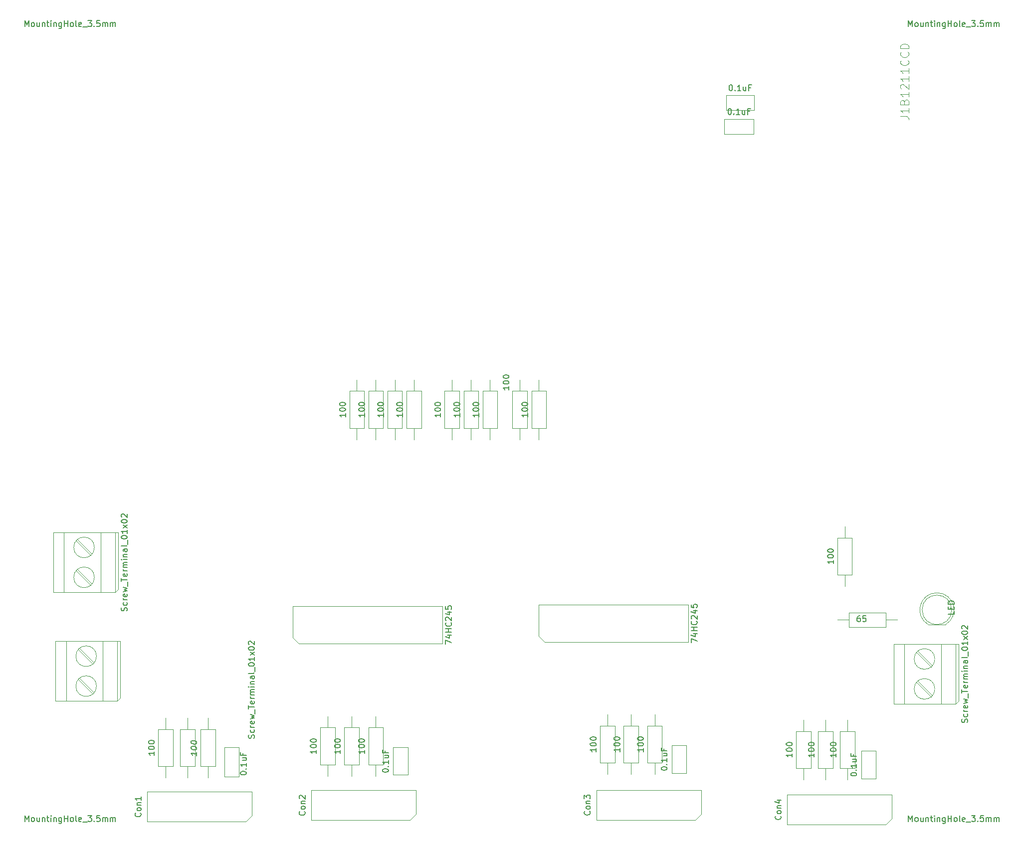
<source format=gbr>
G04 #@! TF.GenerationSoftware,KiCad,Pcbnew,(5.1.5)-3*
G04 #@! TF.CreationDate,2022-01-18T15:26:47+01:00*
G04 #@! TF.ProjectId,drop pcb proto 12 external controller,64726f70-2070-4636-9220-70726f746f20,rev?*
G04 #@! TF.SameCoordinates,Original*
G04 #@! TF.FileFunction,Other,Fab,Top*
%FSLAX46Y46*%
G04 Gerber Fmt 4.6, Leading zero omitted, Abs format (unit mm)*
G04 Created by KiCad (PCBNEW (5.1.5)-3) date 2022-01-18 15:26:47*
%MOMM*%
%LPD*%
G04 APERTURE LIST*
%ADD10C,0.100000*%
%ADD11C,0.015000*%
%ADD12C,0.150000*%
G04 APERTURE END LIST*
D10*
X58064400Y-149910800D02*
X75844400Y-149910800D01*
X58064400Y-154990800D02*
X58064400Y-149910800D01*
X74844400Y-154990800D02*
X58064400Y-154990800D01*
X75844400Y-153990800D02*
X74844400Y-154990800D01*
X75844400Y-149910800D02*
X75844400Y-153990800D01*
X134320280Y-149616160D02*
X152100280Y-149616160D01*
X134320280Y-154696160D02*
X134320280Y-149616160D01*
X151100280Y-154696160D02*
X134320280Y-154696160D01*
X152100280Y-153696160D02*
X151100280Y-154696160D01*
X152100280Y-149616160D02*
X152100280Y-153696160D01*
X166715440Y-150403560D02*
X184495440Y-150403560D01*
X166715440Y-155483560D02*
X166715440Y-150403560D01*
X183495440Y-155483560D02*
X166715440Y-155483560D01*
X184495440Y-154483560D02*
X183495440Y-155483560D01*
X184495440Y-150403560D02*
X184495440Y-154483560D01*
X85918040Y-149656800D02*
X103698040Y-149656800D01*
X85918040Y-154736800D02*
X85918040Y-149656800D01*
X102698040Y-154736800D02*
X85918040Y-154736800D01*
X103698040Y-153736800D02*
X102698040Y-154736800D01*
X103698040Y-149656800D02*
X103698040Y-153736800D01*
X71190800Y-142345400D02*
X71190800Y-147345400D01*
X73690800Y-142345400D02*
X71190800Y-142345400D01*
X73690800Y-147345400D02*
X73690800Y-142345400D01*
X71190800Y-147345400D02*
X73690800Y-147345400D01*
X46393240Y-125774240D02*
X48835240Y-128215240D01*
X46607240Y-125560240D02*
X49048240Y-128001240D01*
X46393240Y-130854240D02*
X48835240Y-133296240D01*
X46607240Y-130640240D02*
X49048240Y-133082240D01*
X44321240Y-134508240D02*
X44321240Y-124348240D01*
X50521240Y-134508240D02*
X50521240Y-124348240D01*
X53021240Y-134508240D02*
X53021240Y-124348240D01*
X53021240Y-134508240D02*
X42521240Y-134508240D01*
X53521240Y-134008240D02*
X53021240Y-134508240D01*
X53521240Y-124348240D02*
X53521240Y-134008240D01*
X42521240Y-124348240D02*
X53521240Y-124348240D01*
X42521240Y-134508240D02*
X42521240Y-124348240D01*
X49471240Y-126888240D02*
G75*
G03X49471240Y-126888240I-1750000J0D01*
G01*
X49471240Y-131968240D02*
G75*
G03X49471240Y-131968240I-1750000J0D01*
G01*
X61211160Y-147515360D02*
X61211160Y-145585360D01*
X61211160Y-137355360D02*
X61211160Y-139285360D01*
X62461160Y-145585360D02*
X62461160Y-139285360D01*
X59961160Y-145585360D02*
X62461160Y-145585360D01*
X59961160Y-139285360D02*
X59961160Y-145585360D01*
X62461160Y-139285360D02*
X59961160Y-139285360D01*
X83814160Y-124729240D02*
X82814160Y-123729240D01*
X108214160Y-124729240D02*
X83814160Y-124729240D01*
X108214160Y-118379240D02*
X108214160Y-124729240D01*
X82814160Y-118379240D02*
X108214160Y-118379240D01*
X82814160Y-123729240D02*
X82814160Y-118379240D01*
X68411160Y-147515360D02*
X68411160Y-145585360D01*
X68411160Y-137355360D02*
X68411160Y-139285360D01*
X69661160Y-145585360D02*
X69661160Y-139285360D01*
X67161160Y-145585360D02*
X69661160Y-145585360D01*
X67161160Y-139285360D02*
X67161160Y-145585360D01*
X69661160Y-139285360D02*
X67161160Y-139285360D01*
X64911160Y-147515360D02*
X64911160Y-145585360D01*
X64911160Y-137355360D02*
X64911160Y-139285360D01*
X66161160Y-145585360D02*
X66161160Y-139285360D01*
X63661160Y-145585360D02*
X66161160Y-145585360D01*
X63661160Y-139285360D02*
X63661160Y-145585360D01*
X66161160Y-139285360D02*
X63661160Y-139285360D01*
X46037640Y-107293200D02*
X48479640Y-109734200D01*
X46251640Y-107079200D02*
X48692640Y-109520200D01*
X46037640Y-112373200D02*
X48479640Y-114815200D01*
X46251640Y-112159200D02*
X48692640Y-114601200D01*
X43965640Y-116027200D02*
X43965640Y-105867200D01*
X50165640Y-116027200D02*
X50165640Y-105867200D01*
X52665640Y-116027200D02*
X52665640Y-105867200D01*
X52665640Y-116027200D02*
X42165640Y-116027200D01*
X53165640Y-115527200D02*
X52665640Y-116027200D01*
X53165640Y-105867200D02*
X53165640Y-115527200D01*
X42165640Y-105867200D02*
X53165640Y-105867200D01*
X42165640Y-116027200D02*
X42165640Y-105867200D01*
X49115640Y-108407200D02*
G75*
G03X49115640Y-108407200I-1750000J0D01*
G01*
X49115640Y-113487200D02*
G75*
G03X49115640Y-113487200I-1750000J0D01*
G01*
X125510800Y-124465080D02*
X124510800Y-123465080D01*
X149910800Y-124465080D02*
X125510800Y-124465080D01*
X149910800Y-118115080D02*
X149910800Y-124465080D01*
X124510800Y-118115080D02*
X149910800Y-118115080D01*
X124510800Y-123465080D02*
X124510800Y-118115080D01*
X93654880Y-90083640D02*
X93654880Y-88153640D01*
X93654880Y-79923640D02*
X93654880Y-81853640D01*
X94904880Y-88153640D02*
X94904880Y-81853640D01*
X92404880Y-88153640D02*
X94904880Y-88153640D01*
X92404880Y-81853640D02*
X92404880Y-88153640D01*
X94904880Y-81853640D02*
X92404880Y-81853640D01*
X96886570Y-90083640D02*
X96886570Y-88153640D01*
X96886570Y-79923640D02*
X96886570Y-81853640D01*
X98136570Y-88153640D02*
X98136570Y-81853640D01*
X95636570Y-88153640D02*
X98136570Y-88153640D01*
X95636570Y-81853640D02*
X95636570Y-88153640D01*
X98136570Y-81853640D02*
X95636570Y-81853640D01*
X100118258Y-90083640D02*
X100118258Y-88153640D01*
X100118258Y-79923640D02*
X100118258Y-81853640D01*
X101368258Y-88153640D02*
X101368258Y-81853640D01*
X98868258Y-88153640D02*
X101368258Y-88153640D01*
X98868258Y-81853640D02*
X98868258Y-88153640D01*
X101368258Y-81853640D02*
X98868258Y-81853640D01*
X103349946Y-90083640D02*
X103349946Y-88153640D01*
X103349946Y-79923640D02*
X103349946Y-81853640D01*
X104599946Y-88153640D02*
X104599946Y-81853640D01*
X102099946Y-88153640D02*
X104599946Y-88153640D01*
X102099946Y-81853640D02*
X102099946Y-88153640D01*
X104599946Y-81853640D02*
X102099946Y-81853640D01*
X109813322Y-90083640D02*
X109813322Y-88153640D01*
X109813322Y-79923640D02*
X109813322Y-81853640D01*
X111063322Y-88153640D02*
X111063322Y-81853640D01*
X108563322Y-88153640D02*
X111063322Y-88153640D01*
X108563322Y-81853640D02*
X108563322Y-88153640D01*
X111063322Y-81853640D02*
X108563322Y-81853640D01*
X113045010Y-90083640D02*
X113045010Y-88153640D01*
X113045010Y-79923640D02*
X113045010Y-81853640D01*
X114295010Y-88153640D02*
X114295010Y-81853640D01*
X111795010Y-88153640D02*
X114295010Y-88153640D01*
X111795010Y-81853640D02*
X111795010Y-88153640D01*
X114295010Y-81853640D02*
X111795010Y-81853640D01*
X116276698Y-90083640D02*
X116276698Y-88153640D01*
X116276698Y-79923640D02*
X116276698Y-81853640D01*
X117526698Y-88153640D02*
X117526698Y-81853640D01*
X115026698Y-88153640D02*
X117526698Y-88153640D01*
X115026698Y-81853640D02*
X115026698Y-88153640D01*
X117526698Y-81853640D02*
X115026698Y-81853640D01*
X121340072Y-90083640D02*
X121340072Y-88153640D01*
X121340072Y-79923640D02*
X121340072Y-81853640D01*
X122590072Y-88153640D02*
X122590072Y-81853640D01*
X120090072Y-88153640D02*
X122590072Y-88153640D01*
X120090072Y-81853640D02*
X120090072Y-88153640D01*
X122590072Y-81853640D02*
X120090072Y-81853640D01*
X124571760Y-90083640D02*
X124571760Y-88153640D01*
X124571760Y-79923640D02*
X124571760Y-81853640D01*
X125821760Y-88153640D02*
X125821760Y-81853640D01*
X123321760Y-88153640D02*
X125821760Y-88153640D01*
X123321760Y-81853640D02*
X123321760Y-88153640D01*
X125821760Y-81853640D02*
X123321760Y-81853640D01*
X144226280Y-146918680D02*
X144226280Y-144988680D01*
X144226280Y-136758680D02*
X144226280Y-138688680D01*
X145476280Y-144988680D02*
X145476280Y-138688680D01*
X142976280Y-144988680D02*
X145476280Y-144988680D01*
X142976280Y-138688680D02*
X142976280Y-144988680D01*
X145476280Y-138688680D02*
X142976280Y-138688680D01*
X140220700Y-146918680D02*
X140220700Y-144988680D01*
X140220700Y-136758680D02*
X140220700Y-138688680D01*
X141470700Y-144988680D02*
X141470700Y-138688680D01*
X138970700Y-144988680D02*
X141470700Y-144988680D01*
X138970700Y-138688680D02*
X138970700Y-144988680D01*
X141470700Y-138688680D02*
X138970700Y-138688680D01*
X136215120Y-146918680D02*
X136215120Y-144988680D01*
X136215120Y-136758680D02*
X136215120Y-138688680D01*
X137465120Y-144988680D02*
X137465120Y-138688680D01*
X134965120Y-144988680D02*
X137465120Y-144988680D01*
X134965120Y-138688680D02*
X134965120Y-144988680D01*
X137465120Y-138688680D02*
X134965120Y-138688680D01*
X176951640Y-147848320D02*
X176951640Y-145918320D01*
X176951640Y-137688320D02*
X176951640Y-139618320D01*
X178201640Y-145918320D02*
X178201640Y-139618320D01*
X175701640Y-145918320D02*
X178201640Y-145918320D01*
X175701640Y-139618320D02*
X175701640Y-145918320D01*
X178201640Y-139618320D02*
X175701640Y-139618320D01*
X173220380Y-147848320D02*
X173220380Y-145918320D01*
X173220380Y-137688320D02*
X173220380Y-139618320D01*
X174470380Y-145918320D02*
X174470380Y-139618320D01*
X171970380Y-145918320D02*
X174470380Y-145918320D01*
X171970380Y-139618320D02*
X171970380Y-145918320D01*
X174470380Y-139618320D02*
X171970380Y-139618320D01*
X169489120Y-147848320D02*
X169489120Y-145918320D01*
X169489120Y-137688320D02*
X169489120Y-139618320D01*
X170739120Y-145918320D02*
X170739120Y-139618320D01*
X168239120Y-145918320D02*
X170739120Y-145918320D01*
X168239120Y-139618320D02*
X168239120Y-145918320D01*
X170739120Y-139618320D02*
X168239120Y-139618320D01*
X96880680Y-147238720D02*
X96880680Y-145308720D01*
X96880680Y-137078720D02*
X96880680Y-139008720D01*
X98130680Y-145308720D02*
X98130680Y-139008720D01*
X95630680Y-145308720D02*
X98130680Y-145308720D01*
X95630680Y-139008720D02*
X95630680Y-145308720D01*
X98130680Y-139008720D02*
X95630680Y-139008720D01*
X92796360Y-147238720D02*
X92796360Y-145308720D01*
X92796360Y-137078720D02*
X92796360Y-139008720D01*
X94046360Y-145308720D02*
X94046360Y-139008720D01*
X91546360Y-145308720D02*
X94046360Y-145308720D01*
X91546360Y-139008720D02*
X91546360Y-145308720D01*
X94046360Y-139008720D02*
X91546360Y-139008720D01*
X88712040Y-147238720D02*
X88712040Y-145308720D01*
X88712040Y-137078720D02*
X88712040Y-139008720D01*
X89962040Y-145308720D02*
X89962040Y-139008720D01*
X87462040Y-145308720D02*
X89962040Y-145308720D01*
X87462040Y-139008720D02*
X87462040Y-145308720D01*
X89962040Y-139008720D02*
X87462040Y-139008720D01*
X188694200Y-126241600D02*
X191136200Y-128682600D01*
X188908200Y-126027600D02*
X191349200Y-128468600D01*
X188694200Y-131321600D02*
X191136200Y-133763600D01*
X188908200Y-131107600D02*
X191349200Y-133549600D01*
X186622200Y-134975600D02*
X186622200Y-124815600D01*
X192822200Y-134975600D02*
X192822200Y-124815600D01*
X195322200Y-134975600D02*
X195322200Y-124815600D01*
X195322200Y-134975600D02*
X184822200Y-134975600D01*
X195822200Y-134475600D02*
X195322200Y-134975600D01*
X195822200Y-124815600D02*
X195822200Y-134475600D01*
X184822200Y-124815600D02*
X195822200Y-124815600D01*
X184822200Y-134975600D02*
X184822200Y-124815600D01*
X191772200Y-127355600D02*
G75*
G03X191772200Y-127355600I-1750000J0D01*
G01*
X191772200Y-132435600D02*
G75*
G03X191772200Y-132435600I-1750000J0D01*
G01*
X181793200Y-147684360D02*
X181793200Y-142984360D01*
X179293200Y-147684360D02*
X181793200Y-147684360D01*
X179293200Y-142984360D02*
X179293200Y-147684360D01*
X181793200Y-142984360D02*
X179293200Y-142984360D01*
X102321680Y-147054440D02*
X102321680Y-142354440D01*
X99821680Y-147054440D02*
X102321680Y-147054440D01*
X99821680Y-142354440D02*
X99821680Y-147054440D01*
X102321680Y-142354440D02*
X99821680Y-142354440D01*
X149626640Y-146719160D02*
X149626640Y-142019160D01*
X147126640Y-146719160D02*
X149626640Y-146719160D01*
X147126640Y-142019160D02*
X147126640Y-146719160D01*
X149626640Y-142019160D02*
X147126640Y-142019160D01*
X190660986Y-121514240D02*
X193600374Y-121514240D01*
X194630680Y-119014240D02*
G75*
G03X194630680Y-119014240I-2500000J0D01*
G01*
X193600346Y-121514256D02*
G75*
G03X190660986Y-121514240I-1469666J2500016D01*
G01*
X176484280Y-114985800D02*
X176484280Y-113055800D01*
X176484280Y-104825800D02*
X176484280Y-106755800D01*
X177734280Y-113055800D02*
X177734280Y-106755800D01*
X175234280Y-113055800D02*
X177734280Y-113055800D01*
X175234280Y-106755800D02*
X175234280Y-113055800D01*
X177734280Y-106755800D02*
X175234280Y-106755800D01*
X156384120Y-34143000D02*
X161084120Y-34143000D01*
X156384120Y-31643000D02*
X156384120Y-34143000D01*
X161084120Y-31643000D02*
X156384120Y-31643000D01*
X161084120Y-34143000D02*
X161084120Y-31643000D01*
X156056320Y-38176520D02*
X161056320Y-38176520D01*
X156056320Y-35676520D02*
X156056320Y-38176520D01*
X161056320Y-35676520D02*
X156056320Y-35676520D01*
X161056320Y-38176520D02*
X161056320Y-35676520D01*
X175239680Y-120705880D02*
X177169680Y-120705880D01*
X185399680Y-120705880D02*
X183469680Y-120705880D01*
X177169680Y-121955880D02*
X183469680Y-121955880D01*
X177169680Y-119455880D02*
X177169680Y-121955880D01*
X183469680Y-119455880D02*
X177169680Y-119455880D01*
X183469680Y-121955880D02*
X183469680Y-119455880D01*
D11*
X185938533Y-35201613D02*
X186938533Y-35201613D01*
X187138533Y-35268280D01*
X187271866Y-35401613D01*
X187338533Y-35601613D01*
X187338533Y-35734946D01*
X187338533Y-33801613D02*
X187338533Y-34601613D01*
X187338533Y-34201613D02*
X185938533Y-34201613D01*
X186138533Y-34334946D01*
X186271866Y-34468280D01*
X186338533Y-34601613D01*
X186605200Y-32734946D02*
X186671866Y-32534946D01*
X186738533Y-32468280D01*
X186871866Y-32401613D01*
X187071866Y-32401613D01*
X187205200Y-32468280D01*
X187271866Y-32534946D01*
X187338533Y-32668280D01*
X187338533Y-33201613D01*
X185938533Y-33201613D01*
X185938533Y-32734946D01*
X186005200Y-32601613D01*
X186071866Y-32534946D01*
X186205200Y-32468280D01*
X186338533Y-32468280D01*
X186471866Y-32534946D01*
X186538533Y-32601613D01*
X186605200Y-32734946D01*
X186605200Y-33201613D01*
X187338533Y-31068280D02*
X187338533Y-31868280D01*
X187338533Y-31468280D02*
X185938533Y-31468280D01*
X186138533Y-31601613D01*
X186271866Y-31734946D01*
X186338533Y-31868280D01*
X186071866Y-30534946D02*
X186005200Y-30468280D01*
X185938533Y-30334946D01*
X185938533Y-30001613D01*
X186005200Y-29868280D01*
X186071866Y-29801613D01*
X186205200Y-29734946D01*
X186338533Y-29734946D01*
X186538533Y-29801613D01*
X187338533Y-30601613D01*
X187338533Y-29734946D01*
X187338533Y-28401613D02*
X187338533Y-29201613D01*
X187338533Y-28801613D02*
X185938533Y-28801613D01*
X186138533Y-28934946D01*
X186271866Y-29068280D01*
X186338533Y-29201613D01*
X187338533Y-27068280D02*
X187338533Y-27868280D01*
X187338533Y-27468280D02*
X185938533Y-27468280D01*
X186138533Y-27601613D01*
X186271866Y-27734946D01*
X186338533Y-27868280D01*
X187205200Y-25668280D02*
X187271866Y-25734946D01*
X187338533Y-25934946D01*
X187338533Y-26068280D01*
X187271866Y-26268280D01*
X187138533Y-26401613D01*
X187005200Y-26468280D01*
X186738533Y-26534946D01*
X186538533Y-26534946D01*
X186271866Y-26468280D01*
X186138533Y-26401613D01*
X186005200Y-26268280D01*
X185938533Y-26068280D01*
X185938533Y-25934946D01*
X186005200Y-25734946D01*
X186071866Y-25668280D01*
X187205200Y-24268280D02*
X187271866Y-24334946D01*
X187338533Y-24534946D01*
X187338533Y-24668280D01*
X187271866Y-24868280D01*
X187138533Y-25001613D01*
X187005200Y-25068280D01*
X186738533Y-25134946D01*
X186538533Y-25134946D01*
X186271866Y-25068280D01*
X186138533Y-25001613D01*
X186005200Y-24868280D01*
X185938533Y-24668280D01*
X185938533Y-24534946D01*
X186005200Y-24334946D01*
X186071866Y-24268280D01*
X187338533Y-23668280D02*
X185938533Y-23668280D01*
X185938533Y-23334946D01*
X186005200Y-23134946D01*
X186138533Y-23001613D01*
X186271866Y-22934946D01*
X186538533Y-22868280D01*
X186738533Y-22868280D01*
X187005200Y-22934946D01*
X187138533Y-23001613D01*
X187271866Y-23134946D01*
X187338533Y-23334946D01*
X187338533Y-23668280D01*
D12*
X187309523Y-154952380D02*
X187309523Y-153952380D01*
X187642857Y-154666666D01*
X187976190Y-153952380D01*
X187976190Y-154952380D01*
X188595238Y-154952380D02*
X188500000Y-154904761D01*
X188452380Y-154857142D01*
X188404761Y-154761904D01*
X188404761Y-154476190D01*
X188452380Y-154380952D01*
X188500000Y-154333333D01*
X188595238Y-154285714D01*
X188738095Y-154285714D01*
X188833333Y-154333333D01*
X188880952Y-154380952D01*
X188928571Y-154476190D01*
X188928571Y-154761904D01*
X188880952Y-154857142D01*
X188833333Y-154904761D01*
X188738095Y-154952380D01*
X188595238Y-154952380D01*
X189785714Y-154285714D02*
X189785714Y-154952380D01*
X189357142Y-154285714D02*
X189357142Y-154809523D01*
X189404761Y-154904761D01*
X189500000Y-154952380D01*
X189642857Y-154952380D01*
X189738095Y-154904761D01*
X189785714Y-154857142D01*
X190261904Y-154285714D02*
X190261904Y-154952380D01*
X190261904Y-154380952D02*
X190309523Y-154333333D01*
X190404761Y-154285714D01*
X190547619Y-154285714D01*
X190642857Y-154333333D01*
X190690476Y-154428571D01*
X190690476Y-154952380D01*
X191023809Y-154285714D02*
X191404761Y-154285714D01*
X191166666Y-153952380D02*
X191166666Y-154809523D01*
X191214285Y-154904761D01*
X191309523Y-154952380D01*
X191404761Y-154952380D01*
X191738095Y-154952380D02*
X191738095Y-154285714D01*
X191738095Y-153952380D02*
X191690476Y-154000000D01*
X191738095Y-154047619D01*
X191785714Y-154000000D01*
X191738095Y-153952380D01*
X191738095Y-154047619D01*
X192214285Y-154285714D02*
X192214285Y-154952380D01*
X192214285Y-154380952D02*
X192261904Y-154333333D01*
X192357142Y-154285714D01*
X192500000Y-154285714D01*
X192595238Y-154333333D01*
X192642857Y-154428571D01*
X192642857Y-154952380D01*
X193547619Y-154285714D02*
X193547619Y-155095238D01*
X193500000Y-155190476D01*
X193452380Y-155238095D01*
X193357142Y-155285714D01*
X193214285Y-155285714D01*
X193119047Y-155238095D01*
X193547619Y-154904761D02*
X193452380Y-154952380D01*
X193261904Y-154952380D01*
X193166666Y-154904761D01*
X193119047Y-154857142D01*
X193071428Y-154761904D01*
X193071428Y-154476190D01*
X193119047Y-154380952D01*
X193166666Y-154333333D01*
X193261904Y-154285714D01*
X193452380Y-154285714D01*
X193547619Y-154333333D01*
X194023809Y-154952380D02*
X194023809Y-153952380D01*
X194023809Y-154428571D02*
X194595238Y-154428571D01*
X194595238Y-154952380D02*
X194595238Y-153952380D01*
X195214285Y-154952380D02*
X195119047Y-154904761D01*
X195071428Y-154857142D01*
X195023809Y-154761904D01*
X195023809Y-154476190D01*
X195071428Y-154380952D01*
X195119047Y-154333333D01*
X195214285Y-154285714D01*
X195357142Y-154285714D01*
X195452380Y-154333333D01*
X195500000Y-154380952D01*
X195547619Y-154476190D01*
X195547619Y-154761904D01*
X195500000Y-154857142D01*
X195452380Y-154904761D01*
X195357142Y-154952380D01*
X195214285Y-154952380D01*
X196119047Y-154952380D02*
X196023809Y-154904761D01*
X195976190Y-154809523D01*
X195976190Y-153952380D01*
X196880952Y-154904761D02*
X196785714Y-154952380D01*
X196595238Y-154952380D01*
X196500000Y-154904761D01*
X196452380Y-154809523D01*
X196452380Y-154428571D01*
X196500000Y-154333333D01*
X196595238Y-154285714D01*
X196785714Y-154285714D01*
X196880952Y-154333333D01*
X196928571Y-154428571D01*
X196928571Y-154523809D01*
X196452380Y-154619047D01*
X197119047Y-155047619D02*
X197880952Y-155047619D01*
X198023809Y-153952380D02*
X198642857Y-153952380D01*
X198309523Y-154333333D01*
X198452380Y-154333333D01*
X198547619Y-154380952D01*
X198595238Y-154428571D01*
X198642857Y-154523809D01*
X198642857Y-154761904D01*
X198595238Y-154857142D01*
X198547619Y-154904761D01*
X198452380Y-154952380D01*
X198166666Y-154952380D01*
X198071428Y-154904761D01*
X198023809Y-154857142D01*
X199071428Y-154857142D02*
X199119047Y-154904761D01*
X199071428Y-154952380D01*
X199023809Y-154904761D01*
X199071428Y-154857142D01*
X199071428Y-154952380D01*
X200023809Y-153952380D02*
X199547619Y-153952380D01*
X199500000Y-154428571D01*
X199547619Y-154380952D01*
X199642857Y-154333333D01*
X199880952Y-154333333D01*
X199976190Y-154380952D01*
X200023809Y-154428571D01*
X200071428Y-154523809D01*
X200071428Y-154761904D01*
X200023809Y-154857142D01*
X199976190Y-154904761D01*
X199880952Y-154952380D01*
X199642857Y-154952380D01*
X199547619Y-154904761D01*
X199500000Y-154857142D01*
X200500000Y-154952380D02*
X200500000Y-154285714D01*
X200500000Y-154380952D02*
X200547619Y-154333333D01*
X200642857Y-154285714D01*
X200785714Y-154285714D01*
X200880952Y-154333333D01*
X200928571Y-154428571D01*
X200928571Y-154952380D01*
X200928571Y-154428571D02*
X200976190Y-154333333D01*
X201071428Y-154285714D01*
X201214285Y-154285714D01*
X201309523Y-154333333D01*
X201357142Y-154428571D01*
X201357142Y-154952380D01*
X201833333Y-154952380D02*
X201833333Y-154285714D01*
X201833333Y-154380952D02*
X201880952Y-154333333D01*
X201976190Y-154285714D01*
X202119047Y-154285714D01*
X202214285Y-154333333D01*
X202261904Y-154428571D01*
X202261904Y-154952380D01*
X202261904Y-154428571D02*
X202309523Y-154333333D01*
X202404761Y-154285714D01*
X202547619Y-154285714D01*
X202642857Y-154333333D01*
X202690476Y-154428571D01*
X202690476Y-154952380D01*
X187309523Y-19952380D02*
X187309523Y-18952380D01*
X187642857Y-19666666D01*
X187976190Y-18952380D01*
X187976190Y-19952380D01*
X188595238Y-19952380D02*
X188500000Y-19904761D01*
X188452380Y-19857142D01*
X188404761Y-19761904D01*
X188404761Y-19476190D01*
X188452380Y-19380952D01*
X188500000Y-19333333D01*
X188595238Y-19285714D01*
X188738095Y-19285714D01*
X188833333Y-19333333D01*
X188880952Y-19380952D01*
X188928571Y-19476190D01*
X188928571Y-19761904D01*
X188880952Y-19857142D01*
X188833333Y-19904761D01*
X188738095Y-19952380D01*
X188595238Y-19952380D01*
X189785714Y-19285714D02*
X189785714Y-19952380D01*
X189357142Y-19285714D02*
X189357142Y-19809523D01*
X189404761Y-19904761D01*
X189500000Y-19952380D01*
X189642857Y-19952380D01*
X189738095Y-19904761D01*
X189785714Y-19857142D01*
X190261904Y-19285714D02*
X190261904Y-19952380D01*
X190261904Y-19380952D02*
X190309523Y-19333333D01*
X190404761Y-19285714D01*
X190547619Y-19285714D01*
X190642857Y-19333333D01*
X190690476Y-19428571D01*
X190690476Y-19952380D01*
X191023809Y-19285714D02*
X191404761Y-19285714D01*
X191166666Y-18952380D02*
X191166666Y-19809523D01*
X191214285Y-19904761D01*
X191309523Y-19952380D01*
X191404761Y-19952380D01*
X191738095Y-19952380D02*
X191738095Y-19285714D01*
X191738095Y-18952380D02*
X191690476Y-19000000D01*
X191738095Y-19047619D01*
X191785714Y-19000000D01*
X191738095Y-18952380D01*
X191738095Y-19047619D01*
X192214285Y-19285714D02*
X192214285Y-19952380D01*
X192214285Y-19380952D02*
X192261904Y-19333333D01*
X192357142Y-19285714D01*
X192500000Y-19285714D01*
X192595238Y-19333333D01*
X192642857Y-19428571D01*
X192642857Y-19952380D01*
X193547619Y-19285714D02*
X193547619Y-20095238D01*
X193500000Y-20190476D01*
X193452380Y-20238095D01*
X193357142Y-20285714D01*
X193214285Y-20285714D01*
X193119047Y-20238095D01*
X193547619Y-19904761D02*
X193452380Y-19952380D01*
X193261904Y-19952380D01*
X193166666Y-19904761D01*
X193119047Y-19857142D01*
X193071428Y-19761904D01*
X193071428Y-19476190D01*
X193119047Y-19380952D01*
X193166666Y-19333333D01*
X193261904Y-19285714D01*
X193452380Y-19285714D01*
X193547619Y-19333333D01*
X194023809Y-19952380D02*
X194023809Y-18952380D01*
X194023809Y-19428571D02*
X194595238Y-19428571D01*
X194595238Y-19952380D02*
X194595238Y-18952380D01*
X195214285Y-19952380D02*
X195119047Y-19904761D01*
X195071428Y-19857142D01*
X195023809Y-19761904D01*
X195023809Y-19476190D01*
X195071428Y-19380952D01*
X195119047Y-19333333D01*
X195214285Y-19285714D01*
X195357142Y-19285714D01*
X195452380Y-19333333D01*
X195500000Y-19380952D01*
X195547619Y-19476190D01*
X195547619Y-19761904D01*
X195500000Y-19857142D01*
X195452380Y-19904761D01*
X195357142Y-19952380D01*
X195214285Y-19952380D01*
X196119047Y-19952380D02*
X196023809Y-19904761D01*
X195976190Y-19809523D01*
X195976190Y-18952380D01*
X196880952Y-19904761D02*
X196785714Y-19952380D01*
X196595238Y-19952380D01*
X196500000Y-19904761D01*
X196452380Y-19809523D01*
X196452380Y-19428571D01*
X196500000Y-19333333D01*
X196595238Y-19285714D01*
X196785714Y-19285714D01*
X196880952Y-19333333D01*
X196928571Y-19428571D01*
X196928571Y-19523809D01*
X196452380Y-19619047D01*
X197119047Y-20047619D02*
X197880952Y-20047619D01*
X198023809Y-18952380D02*
X198642857Y-18952380D01*
X198309523Y-19333333D01*
X198452380Y-19333333D01*
X198547619Y-19380952D01*
X198595238Y-19428571D01*
X198642857Y-19523809D01*
X198642857Y-19761904D01*
X198595238Y-19857142D01*
X198547619Y-19904761D01*
X198452380Y-19952380D01*
X198166666Y-19952380D01*
X198071428Y-19904761D01*
X198023809Y-19857142D01*
X199071428Y-19857142D02*
X199119047Y-19904761D01*
X199071428Y-19952380D01*
X199023809Y-19904761D01*
X199071428Y-19857142D01*
X199071428Y-19952380D01*
X200023809Y-18952380D02*
X199547619Y-18952380D01*
X199500000Y-19428571D01*
X199547619Y-19380952D01*
X199642857Y-19333333D01*
X199880952Y-19333333D01*
X199976190Y-19380952D01*
X200023809Y-19428571D01*
X200071428Y-19523809D01*
X200071428Y-19761904D01*
X200023809Y-19857142D01*
X199976190Y-19904761D01*
X199880952Y-19952380D01*
X199642857Y-19952380D01*
X199547619Y-19904761D01*
X199500000Y-19857142D01*
X200500000Y-19952380D02*
X200500000Y-19285714D01*
X200500000Y-19380952D02*
X200547619Y-19333333D01*
X200642857Y-19285714D01*
X200785714Y-19285714D01*
X200880952Y-19333333D01*
X200928571Y-19428571D01*
X200928571Y-19952380D01*
X200928571Y-19428571D02*
X200976190Y-19333333D01*
X201071428Y-19285714D01*
X201214285Y-19285714D01*
X201309523Y-19333333D01*
X201357142Y-19428571D01*
X201357142Y-19952380D01*
X201833333Y-19952380D02*
X201833333Y-19285714D01*
X201833333Y-19380952D02*
X201880952Y-19333333D01*
X201976190Y-19285714D01*
X202119047Y-19285714D01*
X202214285Y-19333333D01*
X202261904Y-19428571D01*
X202261904Y-19952380D01*
X202261904Y-19428571D02*
X202309523Y-19333333D01*
X202404761Y-19285714D01*
X202547619Y-19285714D01*
X202642857Y-19333333D01*
X202690476Y-19428571D01*
X202690476Y-19952380D01*
X37309523Y-19952380D02*
X37309523Y-18952380D01*
X37642857Y-19666666D01*
X37976190Y-18952380D01*
X37976190Y-19952380D01*
X38595238Y-19952380D02*
X38499999Y-19904761D01*
X38452380Y-19857142D01*
X38404761Y-19761904D01*
X38404761Y-19476190D01*
X38452380Y-19380952D01*
X38499999Y-19333333D01*
X38595238Y-19285714D01*
X38738095Y-19285714D01*
X38833333Y-19333333D01*
X38880952Y-19380952D01*
X38928571Y-19476190D01*
X38928571Y-19761904D01*
X38880952Y-19857142D01*
X38833333Y-19904761D01*
X38738095Y-19952380D01*
X38595238Y-19952380D01*
X39785714Y-19285714D02*
X39785714Y-19952380D01*
X39357142Y-19285714D02*
X39357142Y-19809523D01*
X39404761Y-19904761D01*
X39499999Y-19952380D01*
X39642857Y-19952380D01*
X39738095Y-19904761D01*
X39785714Y-19857142D01*
X40261904Y-19285714D02*
X40261904Y-19952380D01*
X40261904Y-19380952D02*
X40309523Y-19333333D01*
X40404761Y-19285714D01*
X40547619Y-19285714D01*
X40642857Y-19333333D01*
X40690476Y-19428571D01*
X40690476Y-19952380D01*
X41023809Y-19285714D02*
X41404761Y-19285714D01*
X41166666Y-18952380D02*
X41166666Y-19809523D01*
X41214285Y-19904761D01*
X41309523Y-19952380D01*
X41404761Y-19952380D01*
X41738095Y-19952380D02*
X41738095Y-19285714D01*
X41738095Y-18952380D02*
X41690476Y-19000000D01*
X41738095Y-19047619D01*
X41785714Y-19000000D01*
X41738095Y-18952380D01*
X41738095Y-19047619D01*
X42214285Y-19285714D02*
X42214285Y-19952380D01*
X42214285Y-19380952D02*
X42261904Y-19333333D01*
X42357142Y-19285714D01*
X42499999Y-19285714D01*
X42595238Y-19333333D01*
X42642857Y-19428571D01*
X42642857Y-19952380D01*
X43547619Y-19285714D02*
X43547619Y-20095238D01*
X43499999Y-20190476D01*
X43452380Y-20238095D01*
X43357142Y-20285714D01*
X43214285Y-20285714D01*
X43119047Y-20238095D01*
X43547619Y-19904761D02*
X43452380Y-19952380D01*
X43261904Y-19952380D01*
X43166666Y-19904761D01*
X43119047Y-19857142D01*
X43071428Y-19761904D01*
X43071428Y-19476190D01*
X43119047Y-19380952D01*
X43166666Y-19333333D01*
X43261904Y-19285714D01*
X43452380Y-19285714D01*
X43547619Y-19333333D01*
X44023809Y-19952380D02*
X44023809Y-18952380D01*
X44023809Y-19428571D02*
X44595238Y-19428571D01*
X44595238Y-19952380D02*
X44595238Y-18952380D01*
X45214285Y-19952380D02*
X45119047Y-19904761D01*
X45071428Y-19857142D01*
X45023809Y-19761904D01*
X45023809Y-19476190D01*
X45071428Y-19380952D01*
X45119047Y-19333333D01*
X45214285Y-19285714D01*
X45357142Y-19285714D01*
X45452380Y-19333333D01*
X45499999Y-19380952D01*
X45547619Y-19476190D01*
X45547619Y-19761904D01*
X45499999Y-19857142D01*
X45452380Y-19904761D01*
X45357142Y-19952380D01*
X45214285Y-19952380D01*
X46119047Y-19952380D02*
X46023809Y-19904761D01*
X45976190Y-19809523D01*
X45976190Y-18952380D01*
X46880952Y-19904761D02*
X46785714Y-19952380D01*
X46595238Y-19952380D01*
X46499999Y-19904761D01*
X46452380Y-19809523D01*
X46452380Y-19428571D01*
X46499999Y-19333333D01*
X46595238Y-19285714D01*
X46785714Y-19285714D01*
X46880952Y-19333333D01*
X46928571Y-19428571D01*
X46928571Y-19523809D01*
X46452380Y-19619047D01*
X47119047Y-20047619D02*
X47880952Y-20047619D01*
X48023809Y-18952380D02*
X48642857Y-18952380D01*
X48309523Y-19333333D01*
X48452380Y-19333333D01*
X48547619Y-19380952D01*
X48595238Y-19428571D01*
X48642857Y-19523809D01*
X48642857Y-19761904D01*
X48595238Y-19857142D01*
X48547619Y-19904761D01*
X48452380Y-19952380D01*
X48166666Y-19952380D01*
X48071428Y-19904761D01*
X48023809Y-19857142D01*
X49071428Y-19857142D02*
X49119047Y-19904761D01*
X49071428Y-19952380D01*
X49023809Y-19904761D01*
X49071428Y-19857142D01*
X49071428Y-19952380D01*
X50023809Y-18952380D02*
X49547619Y-18952380D01*
X49499999Y-19428571D01*
X49547619Y-19380952D01*
X49642857Y-19333333D01*
X49880952Y-19333333D01*
X49976190Y-19380952D01*
X50023809Y-19428571D01*
X50071428Y-19523809D01*
X50071428Y-19761904D01*
X50023809Y-19857142D01*
X49976190Y-19904761D01*
X49880952Y-19952380D01*
X49642857Y-19952380D01*
X49547619Y-19904761D01*
X49499999Y-19857142D01*
X50499999Y-19952380D02*
X50499999Y-19285714D01*
X50499999Y-19380952D02*
X50547619Y-19333333D01*
X50642857Y-19285714D01*
X50785714Y-19285714D01*
X50880952Y-19333333D01*
X50928571Y-19428571D01*
X50928571Y-19952380D01*
X50928571Y-19428571D02*
X50976190Y-19333333D01*
X51071428Y-19285714D01*
X51214285Y-19285714D01*
X51309523Y-19333333D01*
X51357142Y-19428571D01*
X51357142Y-19952380D01*
X51833333Y-19952380D02*
X51833333Y-19285714D01*
X51833333Y-19380952D02*
X51880952Y-19333333D01*
X51976190Y-19285714D01*
X52119047Y-19285714D01*
X52214285Y-19333333D01*
X52261904Y-19428571D01*
X52261904Y-19952380D01*
X52261904Y-19428571D02*
X52309523Y-19333333D01*
X52404761Y-19285714D01*
X52547619Y-19285714D01*
X52642857Y-19333333D01*
X52690476Y-19428571D01*
X52690476Y-19952380D01*
X37309523Y-154952380D02*
X37309523Y-153952380D01*
X37642857Y-154666666D01*
X37976190Y-153952380D01*
X37976190Y-154952380D01*
X38595238Y-154952380D02*
X38499999Y-154904761D01*
X38452380Y-154857142D01*
X38404761Y-154761904D01*
X38404761Y-154476190D01*
X38452380Y-154380952D01*
X38499999Y-154333333D01*
X38595238Y-154285714D01*
X38738095Y-154285714D01*
X38833333Y-154333333D01*
X38880952Y-154380952D01*
X38928571Y-154476190D01*
X38928571Y-154761904D01*
X38880952Y-154857142D01*
X38833333Y-154904761D01*
X38738095Y-154952380D01*
X38595238Y-154952380D01*
X39785714Y-154285714D02*
X39785714Y-154952380D01*
X39357142Y-154285714D02*
X39357142Y-154809523D01*
X39404761Y-154904761D01*
X39499999Y-154952380D01*
X39642857Y-154952380D01*
X39738095Y-154904761D01*
X39785714Y-154857142D01*
X40261904Y-154285714D02*
X40261904Y-154952380D01*
X40261904Y-154380952D02*
X40309523Y-154333333D01*
X40404761Y-154285714D01*
X40547619Y-154285714D01*
X40642857Y-154333333D01*
X40690476Y-154428571D01*
X40690476Y-154952380D01*
X41023809Y-154285714D02*
X41404761Y-154285714D01*
X41166666Y-153952380D02*
X41166666Y-154809523D01*
X41214285Y-154904761D01*
X41309523Y-154952380D01*
X41404761Y-154952380D01*
X41738095Y-154952380D02*
X41738095Y-154285714D01*
X41738095Y-153952380D02*
X41690476Y-154000000D01*
X41738095Y-154047619D01*
X41785714Y-154000000D01*
X41738095Y-153952380D01*
X41738095Y-154047619D01*
X42214285Y-154285714D02*
X42214285Y-154952380D01*
X42214285Y-154380952D02*
X42261904Y-154333333D01*
X42357142Y-154285714D01*
X42499999Y-154285714D01*
X42595238Y-154333333D01*
X42642857Y-154428571D01*
X42642857Y-154952380D01*
X43547619Y-154285714D02*
X43547619Y-155095238D01*
X43499999Y-155190476D01*
X43452380Y-155238095D01*
X43357142Y-155285714D01*
X43214285Y-155285714D01*
X43119047Y-155238095D01*
X43547619Y-154904761D02*
X43452380Y-154952380D01*
X43261904Y-154952380D01*
X43166666Y-154904761D01*
X43119047Y-154857142D01*
X43071428Y-154761904D01*
X43071428Y-154476190D01*
X43119047Y-154380952D01*
X43166666Y-154333333D01*
X43261904Y-154285714D01*
X43452380Y-154285714D01*
X43547619Y-154333333D01*
X44023809Y-154952380D02*
X44023809Y-153952380D01*
X44023809Y-154428571D02*
X44595238Y-154428571D01*
X44595238Y-154952380D02*
X44595238Y-153952380D01*
X45214285Y-154952380D02*
X45119047Y-154904761D01*
X45071428Y-154857142D01*
X45023809Y-154761904D01*
X45023809Y-154476190D01*
X45071428Y-154380952D01*
X45119047Y-154333333D01*
X45214285Y-154285714D01*
X45357142Y-154285714D01*
X45452380Y-154333333D01*
X45499999Y-154380952D01*
X45547619Y-154476190D01*
X45547619Y-154761904D01*
X45499999Y-154857142D01*
X45452380Y-154904761D01*
X45357142Y-154952380D01*
X45214285Y-154952380D01*
X46119047Y-154952380D02*
X46023809Y-154904761D01*
X45976190Y-154809523D01*
X45976190Y-153952380D01*
X46880952Y-154904761D02*
X46785714Y-154952380D01*
X46595238Y-154952380D01*
X46499999Y-154904761D01*
X46452380Y-154809523D01*
X46452380Y-154428571D01*
X46499999Y-154333333D01*
X46595238Y-154285714D01*
X46785714Y-154285714D01*
X46880952Y-154333333D01*
X46928571Y-154428571D01*
X46928571Y-154523809D01*
X46452380Y-154619047D01*
X47119047Y-155047619D02*
X47880952Y-155047619D01*
X48023809Y-153952380D02*
X48642857Y-153952380D01*
X48309523Y-154333333D01*
X48452380Y-154333333D01*
X48547619Y-154380952D01*
X48595238Y-154428571D01*
X48642857Y-154523809D01*
X48642857Y-154761904D01*
X48595238Y-154857142D01*
X48547619Y-154904761D01*
X48452380Y-154952380D01*
X48166666Y-154952380D01*
X48071428Y-154904761D01*
X48023809Y-154857142D01*
X49071428Y-154857142D02*
X49119047Y-154904761D01*
X49071428Y-154952380D01*
X49023809Y-154904761D01*
X49071428Y-154857142D01*
X49071428Y-154952380D01*
X50023809Y-153952380D02*
X49547619Y-153952380D01*
X49499999Y-154428571D01*
X49547619Y-154380952D01*
X49642857Y-154333333D01*
X49880952Y-154333333D01*
X49976190Y-154380952D01*
X50023809Y-154428571D01*
X50071428Y-154523809D01*
X50071428Y-154761904D01*
X50023809Y-154857142D01*
X49976190Y-154904761D01*
X49880952Y-154952380D01*
X49642857Y-154952380D01*
X49547619Y-154904761D01*
X49499999Y-154857142D01*
X50499999Y-154952380D02*
X50499999Y-154285714D01*
X50499999Y-154380952D02*
X50547619Y-154333333D01*
X50642857Y-154285714D01*
X50785714Y-154285714D01*
X50880952Y-154333333D01*
X50928571Y-154428571D01*
X50928571Y-154952380D01*
X50928571Y-154428571D02*
X50976190Y-154333333D01*
X51071428Y-154285714D01*
X51214285Y-154285714D01*
X51309523Y-154333333D01*
X51357142Y-154428571D01*
X51357142Y-154952380D01*
X51833333Y-154952380D02*
X51833333Y-154285714D01*
X51833333Y-154380952D02*
X51880952Y-154333333D01*
X51976190Y-154285714D01*
X52119047Y-154285714D01*
X52214285Y-154333333D01*
X52261904Y-154428571D01*
X52261904Y-154952380D01*
X52261904Y-154428571D02*
X52309523Y-154333333D01*
X52404761Y-154285714D01*
X52547619Y-154285714D01*
X52642857Y-154333333D01*
X52690476Y-154428571D01*
X52690476Y-154952380D01*
X56921542Y-153522228D02*
X56969161Y-153569847D01*
X57016780Y-153712704D01*
X57016780Y-153807942D01*
X56969161Y-153950800D01*
X56873923Y-154046038D01*
X56778685Y-154093657D01*
X56588209Y-154141276D01*
X56445352Y-154141276D01*
X56254876Y-154093657D01*
X56159638Y-154046038D01*
X56064400Y-153950800D01*
X56016780Y-153807942D01*
X56016780Y-153712704D01*
X56064400Y-153569847D01*
X56112019Y-153522228D01*
X57016780Y-152950800D02*
X56969161Y-153046038D01*
X56921542Y-153093657D01*
X56826304Y-153141276D01*
X56540590Y-153141276D01*
X56445352Y-153093657D01*
X56397733Y-153046038D01*
X56350114Y-152950800D01*
X56350114Y-152807942D01*
X56397733Y-152712704D01*
X56445352Y-152665085D01*
X56540590Y-152617466D01*
X56826304Y-152617466D01*
X56921542Y-152665085D01*
X56969161Y-152712704D01*
X57016780Y-152807942D01*
X57016780Y-152950800D01*
X56350114Y-152188895D02*
X57016780Y-152188895D01*
X56445352Y-152188895D02*
X56397733Y-152141276D01*
X56350114Y-152046038D01*
X56350114Y-151903180D01*
X56397733Y-151807942D01*
X56492971Y-151760323D01*
X57016780Y-151760323D01*
X57016780Y-150760323D02*
X57016780Y-151331752D01*
X57016780Y-151046038D02*
X56016780Y-151046038D01*
X56159638Y-151141276D01*
X56254876Y-151236514D01*
X56302495Y-151331752D01*
X133177422Y-153227588D02*
X133225041Y-153275207D01*
X133272660Y-153418064D01*
X133272660Y-153513302D01*
X133225041Y-153656160D01*
X133129803Y-153751398D01*
X133034565Y-153799017D01*
X132844089Y-153846636D01*
X132701232Y-153846636D01*
X132510756Y-153799017D01*
X132415518Y-153751398D01*
X132320280Y-153656160D01*
X132272660Y-153513302D01*
X132272660Y-153418064D01*
X132320280Y-153275207D01*
X132367899Y-153227588D01*
X133272660Y-152656160D02*
X133225041Y-152751398D01*
X133177422Y-152799017D01*
X133082184Y-152846636D01*
X132796470Y-152846636D01*
X132701232Y-152799017D01*
X132653613Y-152751398D01*
X132605994Y-152656160D01*
X132605994Y-152513302D01*
X132653613Y-152418064D01*
X132701232Y-152370445D01*
X132796470Y-152322826D01*
X133082184Y-152322826D01*
X133177422Y-152370445D01*
X133225041Y-152418064D01*
X133272660Y-152513302D01*
X133272660Y-152656160D01*
X132605994Y-151894255D02*
X133272660Y-151894255D01*
X132701232Y-151894255D02*
X132653613Y-151846636D01*
X132605994Y-151751398D01*
X132605994Y-151608540D01*
X132653613Y-151513302D01*
X132748851Y-151465683D01*
X133272660Y-151465683D01*
X132272660Y-151084731D02*
X132272660Y-150465683D01*
X132653613Y-150799017D01*
X132653613Y-150656160D01*
X132701232Y-150560921D01*
X132748851Y-150513302D01*
X132844089Y-150465683D01*
X133082184Y-150465683D01*
X133177422Y-150513302D01*
X133225041Y-150560921D01*
X133272660Y-150656160D01*
X133272660Y-150941874D01*
X133225041Y-151037112D01*
X133177422Y-151084731D01*
X165572582Y-154014988D02*
X165620201Y-154062607D01*
X165667820Y-154205464D01*
X165667820Y-154300702D01*
X165620201Y-154443560D01*
X165524963Y-154538798D01*
X165429725Y-154586417D01*
X165239249Y-154634036D01*
X165096392Y-154634036D01*
X164905916Y-154586417D01*
X164810678Y-154538798D01*
X164715440Y-154443560D01*
X164667820Y-154300702D01*
X164667820Y-154205464D01*
X164715440Y-154062607D01*
X164763059Y-154014988D01*
X165667820Y-153443560D02*
X165620201Y-153538798D01*
X165572582Y-153586417D01*
X165477344Y-153634036D01*
X165191630Y-153634036D01*
X165096392Y-153586417D01*
X165048773Y-153538798D01*
X165001154Y-153443560D01*
X165001154Y-153300702D01*
X165048773Y-153205464D01*
X165096392Y-153157845D01*
X165191630Y-153110226D01*
X165477344Y-153110226D01*
X165572582Y-153157845D01*
X165620201Y-153205464D01*
X165667820Y-153300702D01*
X165667820Y-153443560D01*
X165001154Y-152681655D02*
X165667820Y-152681655D01*
X165096392Y-152681655D02*
X165048773Y-152634036D01*
X165001154Y-152538798D01*
X165001154Y-152395940D01*
X165048773Y-152300702D01*
X165144011Y-152253083D01*
X165667820Y-152253083D01*
X165001154Y-151348321D02*
X165667820Y-151348321D01*
X164620201Y-151586417D02*
X165334487Y-151824512D01*
X165334487Y-151205464D01*
X84775182Y-153268228D02*
X84822801Y-153315847D01*
X84870420Y-153458704D01*
X84870420Y-153553942D01*
X84822801Y-153696800D01*
X84727563Y-153792038D01*
X84632325Y-153839657D01*
X84441849Y-153887276D01*
X84298992Y-153887276D01*
X84108516Y-153839657D01*
X84013278Y-153792038D01*
X83918040Y-153696800D01*
X83870420Y-153553942D01*
X83870420Y-153458704D01*
X83918040Y-153315847D01*
X83965659Y-153268228D01*
X84870420Y-152696800D02*
X84822801Y-152792038D01*
X84775182Y-152839657D01*
X84679944Y-152887276D01*
X84394230Y-152887276D01*
X84298992Y-152839657D01*
X84251373Y-152792038D01*
X84203754Y-152696800D01*
X84203754Y-152553942D01*
X84251373Y-152458704D01*
X84298992Y-152411085D01*
X84394230Y-152363466D01*
X84679944Y-152363466D01*
X84775182Y-152411085D01*
X84822801Y-152458704D01*
X84870420Y-152553942D01*
X84870420Y-152696800D01*
X84203754Y-151934895D02*
X84870420Y-151934895D01*
X84298992Y-151934895D02*
X84251373Y-151887276D01*
X84203754Y-151792038D01*
X84203754Y-151649180D01*
X84251373Y-151553942D01*
X84346611Y-151506323D01*
X84870420Y-151506323D01*
X83965659Y-151077752D02*
X83918040Y-151030133D01*
X83870420Y-150934895D01*
X83870420Y-150696800D01*
X83918040Y-150601561D01*
X83965659Y-150553942D01*
X84060897Y-150506323D01*
X84156135Y-150506323D01*
X84298992Y-150553942D01*
X84870420Y-151125371D01*
X84870420Y-150506323D01*
X73893180Y-146788257D02*
X73893180Y-146693019D01*
X73940800Y-146597780D01*
X73988419Y-146550161D01*
X74083657Y-146502542D01*
X74274133Y-146454923D01*
X74512228Y-146454923D01*
X74702704Y-146502542D01*
X74797942Y-146550161D01*
X74845561Y-146597780D01*
X74893180Y-146693019D01*
X74893180Y-146788257D01*
X74845561Y-146883495D01*
X74797942Y-146931114D01*
X74702704Y-146978733D01*
X74512228Y-147026352D01*
X74274133Y-147026352D01*
X74083657Y-146978733D01*
X73988419Y-146931114D01*
X73940800Y-146883495D01*
X73893180Y-146788257D01*
X74797942Y-146026352D02*
X74845561Y-145978733D01*
X74893180Y-146026352D01*
X74845561Y-146073971D01*
X74797942Y-146026352D01*
X74893180Y-146026352D01*
X74893180Y-145026352D02*
X74893180Y-145597780D01*
X74893180Y-145312066D02*
X73893180Y-145312066D01*
X74036038Y-145407304D01*
X74131276Y-145502542D01*
X74178895Y-145597780D01*
X74226514Y-144169209D02*
X74893180Y-144169209D01*
X74226514Y-144597780D02*
X74750323Y-144597780D01*
X74845561Y-144550161D01*
X74893180Y-144454923D01*
X74893180Y-144312066D01*
X74845561Y-144216828D01*
X74797942Y-144169209D01*
X74369371Y-143359685D02*
X74369371Y-143693019D01*
X74893180Y-143693019D02*
X73893180Y-143693019D01*
X73893180Y-143216828D01*
X76226001Y-140806335D02*
X76273620Y-140663478D01*
X76273620Y-140425382D01*
X76226001Y-140330144D01*
X76178382Y-140282525D01*
X76083144Y-140234906D01*
X75987906Y-140234906D01*
X75892668Y-140282525D01*
X75845049Y-140330144D01*
X75797430Y-140425382D01*
X75749811Y-140615859D01*
X75702192Y-140711097D01*
X75654573Y-140758716D01*
X75559335Y-140806335D01*
X75464097Y-140806335D01*
X75368859Y-140758716D01*
X75321240Y-140711097D01*
X75273620Y-140615859D01*
X75273620Y-140377763D01*
X75321240Y-140234906D01*
X76226001Y-139377763D02*
X76273620Y-139473001D01*
X76273620Y-139663478D01*
X76226001Y-139758716D01*
X76178382Y-139806335D01*
X76083144Y-139853954D01*
X75797430Y-139853954D01*
X75702192Y-139806335D01*
X75654573Y-139758716D01*
X75606954Y-139663478D01*
X75606954Y-139473001D01*
X75654573Y-139377763D01*
X76273620Y-138949192D02*
X75606954Y-138949192D01*
X75797430Y-138949192D02*
X75702192Y-138901573D01*
X75654573Y-138853954D01*
X75606954Y-138758716D01*
X75606954Y-138663478D01*
X76226001Y-137949192D02*
X76273620Y-138044430D01*
X76273620Y-138234906D01*
X76226001Y-138330144D01*
X76130763Y-138377763D01*
X75749811Y-138377763D01*
X75654573Y-138330144D01*
X75606954Y-138234906D01*
X75606954Y-138044430D01*
X75654573Y-137949192D01*
X75749811Y-137901573D01*
X75845049Y-137901573D01*
X75940287Y-138377763D01*
X75606954Y-137568240D02*
X76273620Y-137377763D01*
X75797430Y-137187287D01*
X76273620Y-136996811D01*
X75606954Y-136806335D01*
X76368859Y-136663478D02*
X76368859Y-135901573D01*
X75273620Y-135806335D02*
X75273620Y-135234906D01*
X76273620Y-135520620D02*
X75273620Y-135520620D01*
X76226001Y-134520620D02*
X76273620Y-134615859D01*
X76273620Y-134806335D01*
X76226001Y-134901573D01*
X76130763Y-134949192D01*
X75749811Y-134949192D01*
X75654573Y-134901573D01*
X75606954Y-134806335D01*
X75606954Y-134615859D01*
X75654573Y-134520620D01*
X75749811Y-134473001D01*
X75845049Y-134473001D01*
X75940287Y-134949192D01*
X76273620Y-134044430D02*
X75606954Y-134044430D01*
X75797430Y-134044430D02*
X75702192Y-133996811D01*
X75654573Y-133949192D01*
X75606954Y-133853954D01*
X75606954Y-133758716D01*
X76273620Y-133425382D02*
X75606954Y-133425382D01*
X75702192Y-133425382D02*
X75654573Y-133377763D01*
X75606954Y-133282525D01*
X75606954Y-133139668D01*
X75654573Y-133044430D01*
X75749811Y-132996811D01*
X76273620Y-132996811D01*
X75749811Y-132996811D02*
X75654573Y-132949192D01*
X75606954Y-132853954D01*
X75606954Y-132711097D01*
X75654573Y-132615859D01*
X75749811Y-132568240D01*
X76273620Y-132568240D01*
X76273620Y-132092049D02*
X75606954Y-132092049D01*
X75273620Y-132092049D02*
X75321240Y-132139668D01*
X75368859Y-132092049D01*
X75321240Y-132044430D01*
X75273620Y-132092049D01*
X75368859Y-132092049D01*
X75606954Y-131615859D02*
X76273620Y-131615859D01*
X75702192Y-131615859D02*
X75654573Y-131568240D01*
X75606954Y-131473001D01*
X75606954Y-131330144D01*
X75654573Y-131234906D01*
X75749811Y-131187287D01*
X76273620Y-131187287D01*
X76273620Y-130282525D02*
X75749811Y-130282525D01*
X75654573Y-130330144D01*
X75606954Y-130425382D01*
X75606954Y-130615859D01*
X75654573Y-130711097D01*
X76226001Y-130282525D02*
X76273620Y-130377763D01*
X76273620Y-130615859D01*
X76226001Y-130711097D01*
X76130763Y-130758716D01*
X76035525Y-130758716D01*
X75940287Y-130711097D01*
X75892668Y-130615859D01*
X75892668Y-130377763D01*
X75845049Y-130282525D01*
X76273620Y-129663478D02*
X76226001Y-129758716D01*
X76130763Y-129806335D01*
X75273620Y-129806335D01*
X76368859Y-129520620D02*
X76368859Y-128758716D01*
X75273620Y-128330144D02*
X75273620Y-128234906D01*
X75321240Y-128139668D01*
X75368859Y-128092049D01*
X75464097Y-128044430D01*
X75654573Y-127996811D01*
X75892668Y-127996811D01*
X76083144Y-128044430D01*
X76178382Y-128092049D01*
X76226001Y-128139668D01*
X76273620Y-128234906D01*
X76273620Y-128330144D01*
X76226001Y-128425382D01*
X76178382Y-128473001D01*
X76083144Y-128520620D01*
X75892668Y-128568240D01*
X75654573Y-128568240D01*
X75464097Y-128520620D01*
X75368859Y-128473001D01*
X75321240Y-128425382D01*
X75273620Y-128330144D01*
X76273620Y-127044430D02*
X76273620Y-127615859D01*
X76273620Y-127330144D02*
X75273620Y-127330144D01*
X75416478Y-127425382D01*
X75511716Y-127520620D01*
X75559335Y-127615859D01*
X76273620Y-126711097D02*
X75606954Y-126187287D01*
X75606954Y-126711097D02*
X76273620Y-126187287D01*
X75273620Y-125615859D02*
X75273620Y-125520620D01*
X75321240Y-125425382D01*
X75368859Y-125377763D01*
X75464097Y-125330144D01*
X75654573Y-125282525D01*
X75892668Y-125282525D01*
X76083144Y-125330144D01*
X76178382Y-125377763D01*
X76226001Y-125425382D01*
X76273620Y-125520620D01*
X76273620Y-125615859D01*
X76226001Y-125711097D01*
X76178382Y-125758716D01*
X76083144Y-125806335D01*
X75892668Y-125853954D01*
X75654573Y-125853954D01*
X75464097Y-125806335D01*
X75368859Y-125758716D01*
X75321240Y-125711097D01*
X75273620Y-125615859D01*
X75368859Y-124901573D02*
X75321240Y-124853954D01*
X75273620Y-124758716D01*
X75273620Y-124520620D01*
X75321240Y-124425382D01*
X75368859Y-124377763D01*
X75464097Y-124330144D01*
X75559335Y-124330144D01*
X75702192Y-124377763D01*
X76273620Y-124949192D01*
X76273620Y-124330144D01*
X59293540Y-143102026D02*
X59293540Y-143673455D01*
X59293540Y-143387740D02*
X58293540Y-143387740D01*
X58436398Y-143482979D01*
X58531636Y-143578217D01*
X58579255Y-143673455D01*
X58293540Y-142482979D02*
X58293540Y-142387740D01*
X58341160Y-142292502D01*
X58388779Y-142244883D01*
X58484017Y-142197264D01*
X58674493Y-142149645D01*
X58912588Y-142149645D01*
X59103064Y-142197264D01*
X59198302Y-142244883D01*
X59245921Y-142292502D01*
X59293540Y-142387740D01*
X59293540Y-142482979D01*
X59245921Y-142578217D01*
X59198302Y-142625836D01*
X59103064Y-142673455D01*
X58912588Y-142721074D01*
X58674493Y-142721074D01*
X58484017Y-142673455D01*
X58388779Y-142625836D01*
X58341160Y-142578217D01*
X58293540Y-142482979D01*
X58293540Y-141530598D02*
X58293540Y-141435360D01*
X58341160Y-141340121D01*
X58388779Y-141292502D01*
X58484017Y-141244883D01*
X58674493Y-141197264D01*
X58912588Y-141197264D01*
X59103064Y-141244883D01*
X59198302Y-141292502D01*
X59245921Y-141340121D01*
X59293540Y-141435360D01*
X59293540Y-141530598D01*
X59245921Y-141625836D01*
X59198302Y-141673455D01*
X59103064Y-141721074D01*
X58912588Y-141768693D01*
X58674493Y-141768693D01*
X58484017Y-141721074D01*
X58388779Y-141673455D01*
X58341160Y-141625836D01*
X58293540Y-141530598D01*
X108726540Y-124816144D02*
X108726540Y-124149478D01*
X109726540Y-124578049D01*
X109059874Y-123339954D02*
X109726540Y-123339954D01*
X108678921Y-123578049D02*
X109393207Y-123816144D01*
X109393207Y-123197097D01*
X109726540Y-122816144D02*
X108726540Y-122816144D01*
X109202731Y-122816144D02*
X109202731Y-122244716D01*
X109726540Y-122244716D02*
X108726540Y-122244716D01*
X109631302Y-121197097D02*
X109678921Y-121244716D01*
X109726540Y-121387573D01*
X109726540Y-121482811D01*
X109678921Y-121625668D01*
X109583683Y-121720906D01*
X109488445Y-121768525D01*
X109297969Y-121816144D01*
X109155112Y-121816144D01*
X108964636Y-121768525D01*
X108869398Y-121720906D01*
X108774160Y-121625668D01*
X108726540Y-121482811D01*
X108726540Y-121387573D01*
X108774160Y-121244716D01*
X108821779Y-121197097D01*
X108821779Y-120816144D02*
X108774160Y-120768525D01*
X108726540Y-120673287D01*
X108726540Y-120435192D01*
X108774160Y-120339954D01*
X108821779Y-120292335D01*
X108917017Y-120244716D01*
X109012255Y-120244716D01*
X109155112Y-120292335D01*
X109726540Y-120863763D01*
X109726540Y-120244716D01*
X109059874Y-119387573D02*
X109726540Y-119387573D01*
X108678921Y-119625668D02*
X109393207Y-119863763D01*
X109393207Y-119244716D01*
X108726540Y-118387573D02*
X108726540Y-118863763D01*
X109202731Y-118911382D01*
X109155112Y-118863763D01*
X109107493Y-118768525D01*
X109107493Y-118530430D01*
X109155112Y-118435192D01*
X109202731Y-118387573D01*
X109297969Y-118339954D01*
X109536064Y-118339954D01*
X109631302Y-118387573D01*
X109678921Y-118435192D01*
X109726540Y-118530430D01*
X109726540Y-118768525D01*
X109678921Y-118863763D01*
X109631302Y-118911382D01*
X66493540Y-143202011D02*
X66493540Y-143773440D01*
X66493540Y-143487726D02*
X65493540Y-143362726D01*
X65636398Y-143475821D01*
X65731636Y-143582964D01*
X65779255Y-143684154D01*
X65493540Y-142457964D02*
X65493540Y-142362726D01*
X65541160Y-142273440D01*
X65588779Y-142231773D01*
X65684017Y-142196059D01*
X65874493Y-142172249D01*
X66112588Y-142202011D01*
X66303064Y-142273440D01*
X66398302Y-142332964D01*
X66445921Y-142386535D01*
X66493540Y-142487726D01*
X66493540Y-142582964D01*
X66445921Y-142672249D01*
X66398302Y-142713916D01*
X66303064Y-142749630D01*
X66112588Y-142773440D01*
X65874493Y-142743678D01*
X65684017Y-142672249D01*
X65588779Y-142612726D01*
X65541160Y-142559154D01*
X65493540Y-142457964D01*
X65493540Y-141505583D02*
X65493540Y-141410345D01*
X65541160Y-141321059D01*
X65588779Y-141279392D01*
X65684017Y-141243678D01*
X65874493Y-141219868D01*
X66112588Y-141249630D01*
X66303064Y-141321059D01*
X66398302Y-141380583D01*
X66445921Y-141434154D01*
X66493540Y-141535345D01*
X66493540Y-141630583D01*
X66445921Y-141719868D01*
X66398302Y-141761535D01*
X66303064Y-141797249D01*
X66112588Y-141821059D01*
X65874493Y-141791297D01*
X65684017Y-141719868D01*
X65588779Y-141660345D01*
X65541160Y-141606773D01*
X65493540Y-141505583D01*
X54630401Y-119185295D02*
X54678020Y-119042438D01*
X54678020Y-118804342D01*
X54630401Y-118709104D01*
X54582782Y-118661485D01*
X54487544Y-118613866D01*
X54392306Y-118613866D01*
X54297068Y-118661485D01*
X54249449Y-118709104D01*
X54201830Y-118804342D01*
X54154211Y-118994819D01*
X54106592Y-119090057D01*
X54058973Y-119137676D01*
X53963735Y-119185295D01*
X53868497Y-119185295D01*
X53773259Y-119137676D01*
X53725640Y-119090057D01*
X53678020Y-118994819D01*
X53678020Y-118756723D01*
X53725640Y-118613866D01*
X54630401Y-117756723D02*
X54678020Y-117851961D01*
X54678020Y-118042438D01*
X54630401Y-118137676D01*
X54582782Y-118185295D01*
X54487544Y-118232914D01*
X54201830Y-118232914D01*
X54106592Y-118185295D01*
X54058973Y-118137676D01*
X54011354Y-118042438D01*
X54011354Y-117851961D01*
X54058973Y-117756723D01*
X54678020Y-117328152D02*
X54011354Y-117328152D01*
X54201830Y-117328152D02*
X54106592Y-117280533D01*
X54058973Y-117232914D01*
X54011354Y-117137676D01*
X54011354Y-117042438D01*
X54630401Y-116328152D02*
X54678020Y-116423390D01*
X54678020Y-116613866D01*
X54630401Y-116709104D01*
X54535163Y-116756723D01*
X54154211Y-116756723D01*
X54058973Y-116709104D01*
X54011354Y-116613866D01*
X54011354Y-116423390D01*
X54058973Y-116328152D01*
X54154211Y-116280533D01*
X54249449Y-116280533D01*
X54344687Y-116756723D01*
X54011354Y-115947200D02*
X54678020Y-115756723D01*
X54201830Y-115566247D01*
X54678020Y-115375771D01*
X54011354Y-115185295D01*
X54773259Y-115042438D02*
X54773259Y-114280533D01*
X53678020Y-114185295D02*
X53678020Y-113613866D01*
X54678020Y-113899580D02*
X53678020Y-113899580D01*
X54630401Y-112899580D02*
X54678020Y-112994819D01*
X54678020Y-113185295D01*
X54630401Y-113280533D01*
X54535163Y-113328152D01*
X54154211Y-113328152D01*
X54058973Y-113280533D01*
X54011354Y-113185295D01*
X54011354Y-112994819D01*
X54058973Y-112899580D01*
X54154211Y-112851961D01*
X54249449Y-112851961D01*
X54344687Y-113328152D01*
X54678020Y-112423390D02*
X54011354Y-112423390D01*
X54201830Y-112423390D02*
X54106592Y-112375771D01*
X54058973Y-112328152D01*
X54011354Y-112232914D01*
X54011354Y-112137676D01*
X54678020Y-111804342D02*
X54011354Y-111804342D01*
X54106592Y-111804342D02*
X54058973Y-111756723D01*
X54011354Y-111661485D01*
X54011354Y-111518628D01*
X54058973Y-111423390D01*
X54154211Y-111375771D01*
X54678020Y-111375771D01*
X54154211Y-111375771D02*
X54058973Y-111328152D01*
X54011354Y-111232914D01*
X54011354Y-111090057D01*
X54058973Y-110994819D01*
X54154211Y-110947200D01*
X54678020Y-110947200D01*
X54678020Y-110471009D02*
X54011354Y-110471009D01*
X53678020Y-110471009D02*
X53725640Y-110518628D01*
X53773259Y-110471009D01*
X53725640Y-110423390D01*
X53678020Y-110471009D01*
X53773259Y-110471009D01*
X54011354Y-109994819D02*
X54678020Y-109994819D01*
X54106592Y-109994819D02*
X54058973Y-109947200D01*
X54011354Y-109851961D01*
X54011354Y-109709104D01*
X54058973Y-109613866D01*
X54154211Y-109566247D01*
X54678020Y-109566247D01*
X54678020Y-108661485D02*
X54154211Y-108661485D01*
X54058973Y-108709104D01*
X54011354Y-108804342D01*
X54011354Y-108994819D01*
X54058973Y-109090057D01*
X54630401Y-108661485D02*
X54678020Y-108756723D01*
X54678020Y-108994819D01*
X54630401Y-109090057D01*
X54535163Y-109137676D01*
X54439925Y-109137676D01*
X54344687Y-109090057D01*
X54297068Y-108994819D01*
X54297068Y-108756723D01*
X54249449Y-108661485D01*
X54678020Y-108042438D02*
X54630401Y-108137676D01*
X54535163Y-108185295D01*
X53678020Y-108185295D01*
X54773259Y-107899580D02*
X54773259Y-107137676D01*
X53678020Y-106709104D02*
X53678020Y-106613866D01*
X53725640Y-106518628D01*
X53773259Y-106471009D01*
X53868497Y-106423390D01*
X54058973Y-106375771D01*
X54297068Y-106375771D01*
X54487544Y-106423390D01*
X54582782Y-106471009D01*
X54630401Y-106518628D01*
X54678020Y-106613866D01*
X54678020Y-106709104D01*
X54630401Y-106804342D01*
X54582782Y-106851961D01*
X54487544Y-106899580D01*
X54297068Y-106947200D01*
X54058973Y-106947200D01*
X53868497Y-106899580D01*
X53773259Y-106851961D01*
X53725640Y-106804342D01*
X53678020Y-106709104D01*
X54678020Y-105423390D02*
X54678020Y-105994819D01*
X54678020Y-105709104D02*
X53678020Y-105709104D01*
X53820878Y-105804342D01*
X53916116Y-105899580D01*
X53963735Y-105994819D01*
X54678020Y-105090057D02*
X54011354Y-104566247D01*
X54011354Y-105090057D02*
X54678020Y-104566247D01*
X53678020Y-103994819D02*
X53678020Y-103899580D01*
X53725640Y-103804342D01*
X53773259Y-103756723D01*
X53868497Y-103709104D01*
X54058973Y-103661485D01*
X54297068Y-103661485D01*
X54487544Y-103709104D01*
X54582782Y-103756723D01*
X54630401Y-103804342D01*
X54678020Y-103899580D01*
X54678020Y-103994819D01*
X54630401Y-104090057D01*
X54582782Y-104137676D01*
X54487544Y-104185295D01*
X54297068Y-104232914D01*
X54058973Y-104232914D01*
X53868497Y-104185295D01*
X53773259Y-104137676D01*
X53725640Y-104090057D01*
X53678020Y-103994819D01*
X53773259Y-103280533D02*
X53725640Y-103232914D01*
X53678020Y-103137676D01*
X53678020Y-102899580D01*
X53725640Y-102804342D01*
X53773259Y-102756723D01*
X53868497Y-102709104D01*
X53963735Y-102709104D01*
X54106592Y-102756723D01*
X54678020Y-103328152D01*
X54678020Y-102709104D01*
X150423180Y-124551984D02*
X150423180Y-123885318D01*
X151423180Y-124313889D01*
X150756514Y-123075794D02*
X151423180Y-123075794D01*
X150375561Y-123313889D02*
X151089847Y-123551984D01*
X151089847Y-122932937D01*
X151423180Y-122551984D02*
X150423180Y-122551984D01*
X150899371Y-122551984D02*
X150899371Y-121980556D01*
X151423180Y-121980556D02*
X150423180Y-121980556D01*
X151327942Y-120932937D02*
X151375561Y-120980556D01*
X151423180Y-121123413D01*
X151423180Y-121218651D01*
X151375561Y-121361508D01*
X151280323Y-121456746D01*
X151185085Y-121504365D01*
X150994609Y-121551984D01*
X150851752Y-121551984D01*
X150661276Y-121504365D01*
X150566038Y-121456746D01*
X150470800Y-121361508D01*
X150423180Y-121218651D01*
X150423180Y-121123413D01*
X150470800Y-120980556D01*
X150518419Y-120932937D01*
X150518419Y-120551984D02*
X150470800Y-120504365D01*
X150423180Y-120409127D01*
X150423180Y-120171032D01*
X150470800Y-120075794D01*
X150518419Y-120028175D01*
X150613657Y-119980556D01*
X150708895Y-119980556D01*
X150851752Y-120028175D01*
X151423180Y-120599603D01*
X151423180Y-119980556D01*
X150756514Y-119123413D02*
X151423180Y-119123413D01*
X150375561Y-119361508D02*
X151089847Y-119599603D01*
X151089847Y-118980556D01*
X150423180Y-118123413D02*
X150423180Y-118599603D01*
X150899371Y-118647222D01*
X150851752Y-118599603D01*
X150804133Y-118504365D01*
X150804133Y-118266270D01*
X150851752Y-118171032D01*
X150899371Y-118123413D01*
X150994609Y-118075794D01*
X151232704Y-118075794D01*
X151327942Y-118123413D01*
X151375561Y-118171032D01*
X151423180Y-118266270D01*
X151423180Y-118504365D01*
X151375561Y-118599603D01*
X151327942Y-118647222D01*
X91737260Y-85670306D02*
X91737260Y-86241735D01*
X91737260Y-85956020D02*
X90737260Y-85956020D01*
X90880118Y-86051259D01*
X90975356Y-86146497D01*
X91022975Y-86241735D01*
X90737260Y-85051259D02*
X90737260Y-84956020D01*
X90784880Y-84860782D01*
X90832499Y-84813163D01*
X90927737Y-84765544D01*
X91118213Y-84717925D01*
X91356308Y-84717925D01*
X91546784Y-84765544D01*
X91642022Y-84813163D01*
X91689641Y-84860782D01*
X91737260Y-84956020D01*
X91737260Y-85051259D01*
X91689641Y-85146497D01*
X91642022Y-85194116D01*
X91546784Y-85241735D01*
X91356308Y-85289354D01*
X91118213Y-85289354D01*
X90927737Y-85241735D01*
X90832499Y-85194116D01*
X90784880Y-85146497D01*
X90737260Y-85051259D01*
X90737260Y-84098878D02*
X90737260Y-84003640D01*
X90784880Y-83908401D01*
X90832499Y-83860782D01*
X90927737Y-83813163D01*
X91118213Y-83765544D01*
X91356308Y-83765544D01*
X91546784Y-83813163D01*
X91642022Y-83860782D01*
X91689641Y-83908401D01*
X91737260Y-84003640D01*
X91737260Y-84098878D01*
X91689641Y-84194116D01*
X91642022Y-84241735D01*
X91546784Y-84289354D01*
X91356308Y-84336973D01*
X91118213Y-84336973D01*
X90927737Y-84289354D01*
X90832499Y-84241735D01*
X90784880Y-84194116D01*
X90737260Y-84098878D01*
X94968950Y-85670306D02*
X94968950Y-86241735D01*
X94968950Y-85956020D02*
X93968950Y-85956020D01*
X94111808Y-86051259D01*
X94207046Y-86146497D01*
X94254665Y-86241735D01*
X93968950Y-85051259D02*
X93968950Y-84956020D01*
X94016570Y-84860782D01*
X94064189Y-84813163D01*
X94159427Y-84765544D01*
X94349903Y-84717925D01*
X94587998Y-84717925D01*
X94778474Y-84765544D01*
X94873712Y-84813163D01*
X94921331Y-84860782D01*
X94968950Y-84956020D01*
X94968950Y-85051259D01*
X94921331Y-85146497D01*
X94873712Y-85194116D01*
X94778474Y-85241735D01*
X94587998Y-85289354D01*
X94349903Y-85289354D01*
X94159427Y-85241735D01*
X94064189Y-85194116D01*
X94016570Y-85146497D01*
X93968950Y-85051259D01*
X93968950Y-84098878D02*
X93968950Y-84003640D01*
X94016570Y-83908401D01*
X94064189Y-83860782D01*
X94159427Y-83813163D01*
X94349903Y-83765544D01*
X94587998Y-83765544D01*
X94778474Y-83813163D01*
X94873712Y-83860782D01*
X94921331Y-83908401D01*
X94968950Y-84003640D01*
X94968950Y-84098878D01*
X94921331Y-84194116D01*
X94873712Y-84241735D01*
X94778474Y-84289354D01*
X94587998Y-84336973D01*
X94349903Y-84336973D01*
X94159427Y-84289354D01*
X94064189Y-84241735D01*
X94016570Y-84194116D01*
X93968950Y-84098878D01*
X98200638Y-85670306D02*
X98200638Y-86241735D01*
X98200638Y-85956020D02*
X97200638Y-85956020D01*
X97343496Y-86051259D01*
X97438734Y-86146497D01*
X97486353Y-86241735D01*
X97200638Y-85051259D02*
X97200638Y-84956020D01*
X97248258Y-84860782D01*
X97295877Y-84813163D01*
X97391115Y-84765544D01*
X97581591Y-84717925D01*
X97819686Y-84717925D01*
X98010162Y-84765544D01*
X98105400Y-84813163D01*
X98153019Y-84860782D01*
X98200638Y-84956020D01*
X98200638Y-85051259D01*
X98153019Y-85146497D01*
X98105400Y-85194116D01*
X98010162Y-85241735D01*
X97819686Y-85289354D01*
X97581591Y-85289354D01*
X97391115Y-85241735D01*
X97295877Y-85194116D01*
X97248258Y-85146497D01*
X97200638Y-85051259D01*
X97200638Y-84098878D02*
X97200638Y-84003640D01*
X97248258Y-83908401D01*
X97295877Y-83860782D01*
X97391115Y-83813163D01*
X97581591Y-83765544D01*
X97819686Y-83765544D01*
X98010162Y-83813163D01*
X98105400Y-83860782D01*
X98153019Y-83908401D01*
X98200638Y-84003640D01*
X98200638Y-84098878D01*
X98153019Y-84194116D01*
X98105400Y-84241735D01*
X98010162Y-84289354D01*
X97819686Y-84336973D01*
X97581591Y-84336973D01*
X97391115Y-84289354D01*
X97295877Y-84241735D01*
X97248258Y-84194116D01*
X97200638Y-84098878D01*
X101432326Y-85670306D02*
X101432326Y-86241735D01*
X101432326Y-85956020D02*
X100432326Y-85956020D01*
X100575184Y-86051259D01*
X100670422Y-86146497D01*
X100718041Y-86241735D01*
X100432326Y-85051259D02*
X100432326Y-84956020D01*
X100479946Y-84860782D01*
X100527565Y-84813163D01*
X100622803Y-84765544D01*
X100813279Y-84717925D01*
X101051374Y-84717925D01*
X101241850Y-84765544D01*
X101337088Y-84813163D01*
X101384707Y-84860782D01*
X101432326Y-84956020D01*
X101432326Y-85051259D01*
X101384707Y-85146497D01*
X101337088Y-85194116D01*
X101241850Y-85241735D01*
X101051374Y-85289354D01*
X100813279Y-85289354D01*
X100622803Y-85241735D01*
X100527565Y-85194116D01*
X100479946Y-85146497D01*
X100432326Y-85051259D01*
X100432326Y-84098878D02*
X100432326Y-84003640D01*
X100479946Y-83908401D01*
X100527565Y-83860782D01*
X100622803Y-83813163D01*
X100813279Y-83765544D01*
X101051374Y-83765544D01*
X101241850Y-83813163D01*
X101337088Y-83860782D01*
X101384707Y-83908401D01*
X101432326Y-84003640D01*
X101432326Y-84098878D01*
X101384707Y-84194116D01*
X101337088Y-84241735D01*
X101241850Y-84289354D01*
X101051374Y-84336973D01*
X100813279Y-84336973D01*
X100622803Y-84289354D01*
X100527565Y-84241735D01*
X100479946Y-84194116D01*
X100432326Y-84098878D01*
X107895702Y-85670306D02*
X107895702Y-86241735D01*
X107895702Y-85956020D02*
X106895702Y-85956020D01*
X107038560Y-86051259D01*
X107133798Y-86146497D01*
X107181417Y-86241735D01*
X106895702Y-85051259D02*
X106895702Y-84956020D01*
X106943322Y-84860782D01*
X106990941Y-84813163D01*
X107086179Y-84765544D01*
X107276655Y-84717925D01*
X107514750Y-84717925D01*
X107705226Y-84765544D01*
X107800464Y-84813163D01*
X107848083Y-84860782D01*
X107895702Y-84956020D01*
X107895702Y-85051259D01*
X107848083Y-85146497D01*
X107800464Y-85194116D01*
X107705226Y-85241735D01*
X107514750Y-85289354D01*
X107276655Y-85289354D01*
X107086179Y-85241735D01*
X106990941Y-85194116D01*
X106943322Y-85146497D01*
X106895702Y-85051259D01*
X106895702Y-84098878D02*
X106895702Y-84003640D01*
X106943322Y-83908401D01*
X106990941Y-83860782D01*
X107086179Y-83813163D01*
X107276655Y-83765544D01*
X107514750Y-83765544D01*
X107705226Y-83813163D01*
X107800464Y-83860782D01*
X107848083Y-83908401D01*
X107895702Y-84003640D01*
X107895702Y-84098878D01*
X107848083Y-84194116D01*
X107800464Y-84241735D01*
X107705226Y-84289354D01*
X107514750Y-84336973D01*
X107276655Y-84336973D01*
X107086179Y-84289354D01*
X106990941Y-84241735D01*
X106943322Y-84194116D01*
X106895702Y-84098878D01*
X111127390Y-85670306D02*
X111127390Y-86241735D01*
X111127390Y-85956020D02*
X110127390Y-85956020D01*
X110270248Y-86051259D01*
X110365486Y-86146497D01*
X110413105Y-86241735D01*
X110127390Y-85051259D02*
X110127390Y-84956020D01*
X110175010Y-84860782D01*
X110222629Y-84813163D01*
X110317867Y-84765544D01*
X110508343Y-84717925D01*
X110746438Y-84717925D01*
X110936914Y-84765544D01*
X111032152Y-84813163D01*
X111079771Y-84860782D01*
X111127390Y-84956020D01*
X111127390Y-85051259D01*
X111079771Y-85146497D01*
X111032152Y-85194116D01*
X110936914Y-85241735D01*
X110746438Y-85289354D01*
X110508343Y-85289354D01*
X110317867Y-85241735D01*
X110222629Y-85194116D01*
X110175010Y-85146497D01*
X110127390Y-85051259D01*
X110127390Y-84098878D02*
X110127390Y-84003640D01*
X110175010Y-83908401D01*
X110222629Y-83860782D01*
X110317867Y-83813163D01*
X110508343Y-83765544D01*
X110746438Y-83765544D01*
X110936914Y-83813163D01*
X111032152Y-83860782D01*
X111079771Y-83908401D01*
X111127390Y-84003640D01*
X111127390Y-84098878D01*
X111079771Y-84194116D01*
X111032152Y-84241735D01*
X110936914Y-84289354D01*
X110746438Y-84336973D01*
X110508343Y-84336973D01*
X110317867Y-84289354D01*
X110222629Y-84241735D01*
X110175010Y-84194116D01*
X110127390Y-84098878D01*
X114359078Y-85670306D02*
X114359078Y-86241735D01*
X114359078Y-85956020D02*
X113359078Y-85956020D01*
X113501936Y-86051259D01*
X113597174Y-86146497D01*
X113644793Y-86241735D01*
X113359078Y-85051259D02*
X113359078Y-84956020D01*
X113406698Y-84860782D01*
X113454317Y-84813163D01*
X113549555Y-84765544D01*
X113740031Y-84717925D01*
X113978126Y-84717925D01*
X114168602Y-84765544D01*
X114263840Y-84813163D01*
X114311459Y-84860782D01*
X114359078Y-84956020D01*
X114359078Y-85051259D01*
X114311459Y-85146497D01*
X114263840Y-85194116D01*
X114168602Y-85241735D01*
X113978126Y-85289354D01*
X113740031Y-85289354D01*
X113549555Y-85241735D01*
X113454317Y-85194116D01*
X113406698Y-85146497D01*
X113359078Y-85051259D01*
X113359078Y-84098878D02*
X113359078Y-84003640D01*
X113406698Y-83908401D01*
X113454317Y-83860782D01*
X113549555Y-83813163D01*
X113740031Y-83765544D01*
X113978126Y-83765544D01*
X114168602Y-83813163D01*
X114263840Y-83860782D01*
X114311459Y-83908401D01*
X114359078Y-84003640D01*
X114359078Y-84098878D01*
X114311459Y-84194116D01*
X114263840Y-84241735D01*
X114168602Y-84289354D01*
X113978126Y-84336973D01*
X113740031Y-84336973D01*
X113549555Y-84289354D01*
X113454317Y-84241735D01*
X113406698Y-84194116D01*
X113359078Y-84098878D01*
X119484937Y-81039196D02*
X119484937Y-81610625D01*
X119484937Y-81324910D02*
X118484937Y-81324910D01*
X118627795Y-81420149D01*
X118723033Y-81515387D01*
X118770652Y-81610625D01*
X118484937Y-80420149D02*
X118484937Y-80324910D01*
X118532557Y-80229672D01*
X118580176Y-80182053D01*
X118675414Y-80134434D01*
X118865890Y-80086815D01*
X119103985Y-80086815D01*
X119294461Y-80134434D01*
X119389699Y-80182053D01*
X119437318Y-80229672D01*
X119484937Y-80324910D01*
X119484937Y-80420149D01*
X119437318Y-80515387D01*
X119389699Y-80563006D01*
X119294461Y-80610625D01*
X119103985Y-80658244D01*
X118865890Y-80658244D01*
X118675414Y-80610625D01*
X118580176Y-80563006D01*
X118532557Y-80515387D01*
X118484937Y-80420149D01*
X118484937Y-79467768D02*
X118484937Y-79372530D01*
X118532557Y-79277291D01*
X118580176Y-79229672D01*
X118675414Y-79182053D01*
X118865890Y-79134434D01*
X119103985Y-79134434D01*
X119294461Y-79182053D01*
X119389699Y-79229672D01*
X119437318Y-79277291D01*
X119484937Y-79372530D01*
X119484937Y-79467768D01*
X119437318Y-79563006D01*
X119389699Y-79610625D01*
X119294461Y-79658244D01*
X119103985Y-79705863D01*
X118865890Y-79705863D01*
X118675414Y-79658244D01*
X118580176Y-79610625D01*
X118532557Y-79563006D01*
X118484937Y-79467768D01*
X122654140Y-85670306D02*
X122654140Y-86241735D01*
X122654140Y-85956020D02*
X121654140Y-85956020D01*
X121796998Y-86051259D01*
X121892236Y-86146497D01*
X121939855Y-86241735D01*
X121654140Y-85051259D02*
X121654140Y-84956020D01*
X121701760Y-84860782D01*
X121749379Y-84813163D01*
X121844617Y-84765544D01*
X122035093Y-84717925D01*
X122273188Y-84717925D01*
X122463664Y-84765544D01*
X122558902Y-84813163D01*
X122606521Y-84860782D01*
X122654140Y-84956020D01*
X122654140Y-85051259D01*
X122606521Y-85146497D01*
X122558902Y-85194116D01*
X122463664Y-85241735D01*
X122273188Y-85289354D01*
X122035093Y-85289354D01*
X121844617Y-85241735D01*
X121749379Y-85194116D01*
X121701760Y-85146497D01*
X121654140Y-85051259D01*
X121654140Y-84098878D02*
X121654140Y-84003640D01*
X121701760Y-83908401D01*
X121749379Y-83860782D01*
X121844617Y-83813163D01*
X122035093Y-83765544D01*
X122273188Y-83765544D01*
X122463664Y-83813163D01*
X122558902Y-83860782D01*
X122606521Y-83908401D01*
X122654140Y-84003640D01*
X122654140Y-84098878D01*
X122606521Y-84194116D01*
X122558902Y-84241735D01*
X122463664Y-84289354D01*
X122273188Y-84336973D01*
X122035093Y-84336973D01*
X121844617Y-84289354D01*
X121749379Y-84241735D01*
X121701760Y-84194116D01*
X121654140Y-84098878D01*
X142308660Y-142505346D02*
X142308660Y-143076775D01*
X142308660Y-142791060D02*
X141308660Y-142791060D01*
X141451518Y-142886299D01*
X141546756Y-142981537D01*
X141594375Y-143076775D01*
X141308660Y-141886299D02*
X141308660Y-141791060D01*
X141356280Y-141695822D01*
X141403899Y-141648203D01*
X141499137Y-141600584D01*
X141689613Y-141552965D01*
X141927708Y-141552965D01*
X142118184Y-141600584D01*
X142213422Y-141648203D01*
X142261041Y-141695822D01*
X142308660Y-141791060D01*
X142308660Y-141886299D01*
X142261041Y-141981537D01*
X142213422Y-142029156D01*
X142118184Y-142076775D01*
X141927708Y-142124394D01*
X141689613Y-142124394D01*
X141499137Y-142076775D01*
X141403899Y-142029156D01*
X141356280Y-141981537D01*
X141308660Y-141886299D01*
X141308660Y-140933918D02*
X141308660Y-140838680D01*
X141356280Y-140743441D01*
X141403899Y-140695822D01*
X141499137Y-140648203D01*
X141689613Y-140600584D01*
X141927708Y-140600584D01*
X142118184Y-140648203D01*
X142213422Y-140695822D01*
X142261041Y-140743441D01*
X142308660Y-140838680D01*
X142308660Y-140933918D01*
X142261041Y-141029156D01*
X142213422Y-141076775D01*
X142118184Y-141124394D01*
X141927708Y-141172013D01*
X141689613Y-141172013D01*
X141499137Y-141124394D01*
X141403899Y-141076775D01*
X141356280Y-141029156D01*
X141308660Y-140933918D01*
X138303080Y-142505346D02*
X138303080Y-143076775D01*
X138303080Y-142791060D02*
X137303080Y-142791060D01*
X137445938Y-142886299D01*
X137541176Y-142981537D01*
X137588795Y-143076775D01*
X137303080Y-141886299D02*
X137303080Y-141791060D01*
X137350700Y-141695822D01*
X137398319Y-141648203D01*
X137493557Y-141600584D01*
X137684033Y-141552965D01*
X137922128Y-141552965D01*
X138112604Y-141600584D01*
X138207842Y-141648203D01*
X138255461Y-141695822D01*
X138303080Y-141791060D01*
X138303080Y-141886299D01*
X138255461Y-141981537D01*
X138207842Y-142029156D01*
X138112604Y-142076775D01*
X137922128Y-142124394D01*
X137684033Y-142124394D01*
X137493557Y-142076775D01*
X137398319Y-142029156D01*
X137350700Y-141981537D01*
X137303080Y-141886299D01*
X137303080Y-140933918D02*
X137303080Y-140838680D01*
X137350700Y-140743441D01*
X137398319Y-140695822D01*
X137493557Y-140648203D01*
X137684033Y-140600584D01*
X137922128Y-140600584D01*
X138112604Y-140648203D01*
X138207842Y-140695822D01*
X138255461Y-140743441D01*
X138303080Y-140838680D01*
X138303080Y-140933918D01*
X138255461Y-141029156D01*
X138207842Y-141076775D01*
X138112604Y-141124394D01*
X137922128Y-141172013D01*
X137684033Y-141172013D01*
X137493557Y-141124394D01*
X137398319Y-141076775D01*
X137350700Y-141029156D01*
X137303080Y-140933918D01*
X134297500Y-142505346D02*
X134297500Y-143076775D01*
X134297500Y-142791060D02*
X133297500Y-142791060D01*
X133440358Y-142886299D01*
X133535596Y-142981537D01*
X133583215Y-143076775D01*
X133297500Y-141886299D02*
X133297500Y-141791060D01*
X133345120Y-141695822D01*
X133392739Y-141648203D01*
X133487977Y-141600584D01*
X133678453Y-141552965D01*
X133916548Y-141552965D01*
X134107024Y-141600584D01*
X134202262Y-141648203D01*
X134249881Y-141695822D01*
X134297500Y-141791060D01*
X134297500Y-141886299D01*
X134249881Y-141981537D01*
X134202262Y-142029156D01*
X134107024Y-142076775D01*
X133916548Y-142124394D01*
X133678453Y-142124394D01*
X133487977Y-142076775D01*
X133392739Y-142029156D01*
X133345120Y-141981537D01*
X133297500Y-141886299D01*
X133297500Y-140933918D02*
X133297500Y-140838680D01*
X133345120Y-140743441D01*
X133392739Y-140695822D01*
X133487977Y-140648203D01*
X133678453Y-140600584D01*
X133916548Y-140600584D01*
X134107024Y-140648203D01*
X134202262Y-140695822D01*
X134249881Y-140743441D01*
X134297500Y-140838680D01*
X134297500Y-140933918D01*
X134249881Y-141029156D01*
X134202262Y-141076775D01*
X134107024Y-141124394D01*
X133916548Y-141172013D01*
X133678453Y-141172013D01*
X133487977Y-141124394D01*
X133392739Y-141076775D01*
X133345120Y-141029156D01*
X133297500Y-140933918D01*
X175034020Y-143434986D02*
X175034020Y-144006415D01*
X175034020Y-143720700D02*
X174034020Y-143720700D01*
X174176878Y-143815939D01*
X174272116Y-143911177D01*
X174319735Y-144006415D01*
X174034020Y-142815939D02*
X174034020Y-142720700D01*
X174081640Y-142625462D01*
X174129259Y-142577843D01*
X174224497Y-142530224D01*
X174414973Y-142482605D01*
X174653068Y-142482605D01*
X174843544Y-142530224D01*
X174938782Y-142577843D01*
X174986401Y-142625462D01*
X175034020Y-142720700D01*
X175034020Y-142815939D01*
X174986401Y-142911177D01*
X174938782Y-142958796D01*
X174843544Y-143006415D01*
X174653068Y-143054034D01*
X174414973Y-143054034D01*
X174224497Y-143006415D01*
X174129259Y-142958796D01*
X174081640Y-142911177D01*
X174034020Y-142815939D01*
X174034020Y-141863558D02*
X174034020Y-141768320D01*
X174081640Y-141673081D01*
X174129259Y-141625462D01*
X174224497Y-141577843D01*
X174414973Y-141530224D01*
X174653068Y-141530224D01*
X174843544Y-141577843D01*
X174938782Y-141625462D01*
X174986401Y-141673081D01*
X175034020Y-141768320D01*
X175034020Y-141863558D01*
X174986401Y-141958796D01*
X174938782Y-142006415D01*
X174843544Y-142054034D01*
X174653068Y-142101653D01*
X174414973Y-142101653D01*
X174224497Y-142054034D01*
X174129259Y-142006415D01*
X174081640Y-141958796D01*
X174034020Y-141863558D01*
X171302760Y-143434986D02*
X171302760Y-144006415D01*
X171302760Y-143720700D02*
X170302760Y-143720700D01*
X170445618Y-143815939D01*
X170540856Y-143911177D01*
X170588475Y-144006415D01*
X170302760Y-142815939D02*
X170302760Y-142720700D01*
X170350380Y-142625462D01*
X170397999Y-142577843D01*
X170493237Y-142530224D01*
X170683713Y-142482605D01*
X170921808Y-142482605D01*
X171112284Y-142530224D01*
X171207522Y-142577843D01*
X171255141Y-142625462D01*
X171302760Y-142720700D01*
X171302760Y-142815939D01*
X171255141Y-142911177D01*
X171207522Y-142958796D01*
X171112284Y-143006415D01*
X170921808Y-143054034D01*
X170683713Y-143054034D01*
X170493237Y-143006415D01*
X170397999Y-142958796D01*
X170350380Y-142911177D01*
X170302760Y-142815939D01*
X170302760Y-141863558D02*
X170302760Y-141768320D01*
X170350380Y-141673081D01*
X170397999Y-141625462D01*
X170493237Y-141577843D01*
X170683713Y-141530224D01*
X170921808Y-141530224D01*
X171112284Y-141577843D01*
X171207522Y-141625462D01*
X171255141Y-141673081D01*
X171302760Y-141768320D01*
X171302760Y-141863558D01*
X171255141Y-141958796D01*
X171207522Y-142006415D01*
X171112284Y-142054034D01*
X170921808Y-142101653D01*
X170683713Y-142101653D01*
X170493237Y-142054034D01*
X170397999Y-142006415D01*
X170350380Y-141958796D01*
X170302760Y-141863558D01*
X167571500Y-143434986D02*
X167571500Y-144006415D01*
X167571500Y-143720700D02*
X166571500Y-143720700D01*
X166714358Y-143815939D01*
X166809596Y-143911177D01*
X166857215Y-144006415D01*
X166571500Y-142815939D02*
X166571500Y-142720700D01*
X166619120Y-142625462D01*
X166666739Y-142577843D01*
X166761977Y-142530224D01*
X166952453Y-142482605D01*
X167190548Y-142482605D01*
X167381024Y-142530224D01*
X167476262Y-142577843D01*
X167523881Y-142625462D01*
X167571500Y-142720700D01*
X167571500Y-142815939D01*
X167523881Y-142911177D01*
X167476262Y-142958796D01*
X167381024Y-143006415D01*
X167190548Y-143054034D01*
X166952453Y-143054034D01*
X166761977Y-143006415D01*
X166666739Y-142958796D01*
X166619120Y-142911177D01*
X166571500Y-142815939D01*
X166571500Y-141863558D02*
X166571500Y-141768320D01*
X166619120Y-141673081D01*
X166666739Y-141625462D01*
X166761977Y-141577843D01*
X166952453Y-141530224D01*
X167190548Y-141530224D01*
X167381024Y-141577843D01*
X167476262Y-141625462D01*
X167523881Y-141673081D01*
X167571500Y-141768320D01*
X167571500Y-141863558D01*
X167523881Y-141958796D01*
X167476262Y-142006415D01*
X167381024Y-142054034D01*
X167190548Y-142101653D01*
X166952453Y-142101653D01*
X166761977Y-142054034D01*
X166666739Y-142006415D01*
X166619120Y-141958796D01*
X166571500Y-141863558D01*
X94963060Y-142825386D02*
X94963060Y-143396815D01*
X94963060Y-143111100D02*
X93963060Y-143111100D01*
X94105918Y-143206339D01*
X94201156Y-143301577D01*
X94248775Y-143396815D01*
X93963060Y-142206339D02*
X93963060Y-142111100D01*
X94010680Y-142015862D01*
X94058299Y-141968243D01*
X94153537Y-141920624D01*
X94344013Y-141873005D01*
X94582108Y-141873005D01*
X94772584Y-141920624D01*
X94867822Y-141968243D01*
X94915441Y-142015862D01*
X94963060Y-142111100D01*
X94963060Y-142206339D01*
X94915441Y-142301577D01*
X94867822Y-142349196D01*
X94772584Y-142396815D01*
X94582108Y-142444434D01*
X94344013Y-142444434D01*
X94153537Y-142396815D01*
X94058299Y-142349196D01*
X94010680Y-142301577D01*
X93963060Y-142206339D01*
X93963060Y-141253958D02*
X93963060Y-141158720D01*
X94010680Y-141063481D01*
X94058299Y-141015862D01*
X94153537Y-140968243D01*
X94344013Y-140920624D01*
X94582108Y-140920624D01*
X94772584Y-140968243D01*
X94867822Y-141015862D01*
X94915441Y-141063481D01*
X94963060Y-141158720D01*
X94963060Y-141253958D01*
X94915441Y-141349196D01*
X94867822Y-141396815D01*
X94772584Y-141444434D01*
X94582108Y-141492053D01*
X94344013Y-141492053D01*
X94153537Y-141444434D01*
X94058299Y-141396815D01*
X94010680Y-141349196D01*
X93963060Y-141253958D01*
X90878740Y-142825386D02*
X90878740Y-143396815D01*
X90878740Y-143111100D02*
X89878740Y-143111100D01*
X90021598Y-143206339D01*
X90116836Y-143301577D01*
X90164455Y-143396815D01*
X89878740Y-142206339D02*
X89878740Y-142111100D01*
X89926360Y-142015862D01*
X89973979Y-141968243D01*
X90069217Y-141920624D01*
X90259693Y-141873005D01*
X90497788Y-141873005D01*
X90688264Y-141920624D01*
X90783502Y-141968243D01*
X90831121Y-142015862D01*
X90878740Y-142111100D01*
X90878740Y-142206339D01*
X90831121Y-142301577D01*
X90783502Y-142349196D01*
X90688264Y-142396815D01*
X90497788Y-142444434D01*
X90259693Y-142444434D01*
X90069217Y-142396815D01*
X89973979Y-142349196D01*
X89926360Y-142301577D01*
X89878740Y-142206339D01*
X89878740Y-141253958D02*
X89878740Y-141158720D01*
X89926360Y-141063481D01*
X89973979Y-141015862D01*
X90069217Y-140968243D01*
X90259693Y-140920624D01*
X90497788Y-140920624D01*
X90688264Y-140968243D01*
X90783502Y-141015862D01*
X90831121Y-141063481D01*
X90878740Y-141158720D01*
X90878740Y-141253958D01*
X90831121Y-141349196D01*
X90783502Y-141396815D01*
X90688264Y-141444434D01*
X90497788Y-141492053D01*
X90259693Y-141492053D01*
X90069217Y-141444434D01*
X89973979Y-141396815D01*
X89926360Y-141349196D01*
X89878740Y-141253958D01*
X86794420Y-142825386D02*
X86794420Y-143396815D01*
X86794420Y-143111100D02*
X85794420Y-143111100D01*
X85937278Y-143206339D01*
X86032516Y-143301577D01*
X86080135Y-143396815D01*
X85794420Y-142206339D02*
X85794420Y-142111100D01*
X85842040Y-142015862D01*
X85889659Y-141968243D01*
X85984897Y-141920624D01*
X86175373Y-141873005D01*
X86413468Y-141873005D01*
X86603944Y-141920624D01*
X86699182Y-141968243D01*
X86746801Y-142015862D01*
X86794420Y-142111100D01*
X86794420Y-142206339D01*
X86746801Y-142301577D01*
X86699182Y-142349196D01*
X86603944Y-142396815D01*
X86413468Y-142444434D01*
X86175373Y-142444434D01*
X85984897Y-142396815D01*
X85889659Y-142349196D01*
X85842040Y-142301577D01*
X85794420Y-142206339D01*
X85794420Y-141253958D02*
X85794420Y-141158720D01*
X85842040Y-141063481D01*
X85889659Y-141015862D01*
X85984897Y-140968243D01*
X86175373Y-140920624D01*
X86413468Y-140920624D01*
X86603944Y-140968243D01*
X86699182Y-141015862D01*
X86746801Y-141063481D01*
X86794420Y-141158720D01*
X86794420Y-141253958D01*
X86746801Y-141349196D01*
X86699182Y-141396815D01*
X86603944Y-141444434D01*
X86413468Y-141492053D01*
X86175373Y-141492053D01*
X85984897Y-141444434D01*
X85889659Y-141396815D01*
X85842040Y-141349196D01*
X85794420Y-141253958D01*
X197286961Y-138133695D02*
X197334580Y-137990838D01*
X197334580Y-137752742D01*
X197286961Y-137657504D01*
X197239342Y-137609885D01*
X197144104Y-137562266D01*
X197048866Y-137562266D01*
X196953628Y-137609885D01*
X196906009Y-137657504D01*
X196858390Y-137752742D01*
X196810771Y-137943219D01*
X196763152Y-138038457D01*
X196715533Y-138086076D01*
X196620295Y-138133695D01*
X196525057Y-138133695D01*
X196429819Y-138086076D01*
X196382200Y-138038457D01*
X196334580Y-137943219D01*
X196334580Y-137705123D01*
X196382200Y-137562266D01*
X197286961Y-136705123D02*
X197334580Y-136800361D01*
X197334580Y-136990838D01*
X197286961Y-137086076D01*
X197239342Y-137133695D01*
X197144104Y-137181314D01*
X196858390Y-137181314D01*
X196763152Y-137133695D01*
X196715533Y-137086076D01*
X196667914Y-136990838D01*
X196667914Y-136800361D01*
X196715533Y-136705123D01*
X197334580Y-136276552D02*
X196667914Y-136276552D01*
X196858390Y-136276552D02*
X196763152Y-136228933D01*
X196715533Y-136181314D01*
X196667914Y-136086076D01*
X196667914Y-135990838D01*
X197286961Y-135276552D02*
X197334580Y-135371790D01*
X197334580Y-135562266D01*
X197286961Y-135657504D01*
X197191723Y-135705123D01*
X196810771Y-135705123D01*
X196715533Y-135657504D01*
X196667914Y-135562266D01*
X196667914Y-135371790D01*
X196715533Y-135276552D01*
X196810771Y-135228933D01*
X196906009Y-135228933D01*
X197001247Y-135705123D01*
X196667914Y-134895600D02*
X197334580Y-134705123D01*
X196858390Y-134514647D01*
X197334580Y-134324171D01*
X196667914Y-134133695D01*
X197429819Y-133990838D02*
X197429819Y-133228933D01*
X196334580Y-133133695D02*
X196334580Y-132562266D01*
X197334580Y-132847980D02*
X196334580Y-132847980D01*
X197286961Y-131847980D02*
X197334580Y-131943219D01*
X197334580Y-132133695D01*
X197286961Y-132228933D01*
X197191723Y-132276552D01*
X196810771Y-132276552D01*
X196715533Y-132228933D01*
X196667914Y-132133695D01*
X196667914Y-131943219D01*
X196715533Y-131847980D01*
X196810771Y-131800361D01*
X196906009Y-131800361D01*
X197001247Y-132276552D01*
X197334580Y-131371790D02*
X196667914Y-131371790D01*
X196858390Y-131371790D02*
X196763152Y-131324171D01*
X196715533Y-131276552D01*
X196667914Y-131181314D01*
X196667914Y-131086076D01*
X197334580Y-130752742D02*
X196667914Y-130752742D01*
X196763152Y-130752742D02*
X196715533Y-130705123D01*
X196667914Y-130609885D01*
X196667914Y-130467028D01*
X196715533Y-130371790D01*
X196810771Y-130324171D01*
X197334580Y-130324171D01*
X196810771Y-130324171D02*
X196715533Y-130276552D01*
X196667914Y-130181314D01*
X196667914Y-130038457D01*
X196715533Y-129943219D01*
X196810771Y-129895600D01*
X197334580Y-129895600D01*
X197334580Y-129419409D02*
X196667914Y-129419409D01*
X196334580Y-129419409D02*
X196382200Y-129467028D01*
X196429819Y-129419409D01*
X196382200Y-129371790D01*
X196334580Y-129419409D01*
X196429819Y-129419409D01*
X196667914Y-128943219D02*
X197334580Y-128943219D01*
X196763152Y-128943219D02*
X196715533Y-128895600D01*
X196667914Y-128800361D01*
X196667914Y-128657504D01*
X196715533Y-128562266D01*
X196810771Y-128514647D01*
X197334580Y-128514647D01*
X197334580Y-127609885D02*
X196810771Y-127609885D01*
X196715533Y-127657504D01*
X196667914Y-127752742D01*
X196667914Y-127943219D01*
X196715533Y-128038457D01*
X197286961Y-127609885D02*
X197334580Y-127705123D01*
X197334580Y-127943219D01*
X197286961Y-128038457D01*
X197191723Y-128086076D01*
X197096485Y-128086076D01*
X197001247Y-128038457D01*
X196953628Y-127943219D01*
X196953628Y-127705123D01*
X196906009Y-127609885D01*
X197334580Y-126990838D02*
X197286961Y-127086076D01*
X197191723Y-127133695D01*
X196334580Y-127133695D01*
X197429819Y-126847980D02*
X197429819Y-126086076D01*
X196334580Y-125657504D02*
X196334580Y-125562266D01*
X196382200Y-125467028D01*
X196429819Y-125419409D01*
X196525057Y-125371790D01*
X196715533Y-125324171D01*
X196953628Y-125324171D01*
X197144104Y-125371790D01*
X197239342Y-125419409D01*
X197286961Y-125467028D01*
X197334580Y-125562266D01*
X197334580Y-125657504D01*
X197286961Y-125752742D01*
X197239342Y-125800361D01*
X197144104Y-125847980D01*
X196953628Y-125895600D01*
X196715533Y-125895600D01*
X196525057Y-125847980D01*
X196429819Y-125800361D01*
X196382200Y-125752742D01*
X196334580Y-125657504D01*
X197334580Y-124371790D02*
X197334580Y-124943219D01*
X197334580Y-124657504D02*
X196334580Y-124657504D01*
X196477438Y-124752742D01*
X196572676Y-124847980D01*
X196620295Y-124943219D01*
X197334580Y-124038457D02*
X196667914Y-123514647D01*
X196667914Y-124038457D02*
X197334580Y-123514647D01*
X196334580Y-122943219D02*
X196334580Y-122847980D01*
X196382200Y-122752742D01*
X196429819Y-122705123D01*
X196525057Y-122657504D01*
X196715533Y-122609885D01*
X196953628Y-122609885D01*
X197144104Y-122657504D01*
X197239342Y-122705123D01*
X197286961Y-122752742D01*
X197334580Y-122847980D01*
X197334580Y-122943219D01*
X197286961Y-123038457D01*
X197239342Y-123086076D01*
X197144104Y-123133695D01*
X196953628Y-123181314D01*
X196715533Y-123181314D01*
X196525057Y-123133695D01*
X196429819Y-123086076D01*
X196382200Y-123038457D01*
X196334580Y-122943219D01*
X196429819Y-122228933D02*
X196382200Y-122181314D01*
X196334580Y-122086076D01*
X196334580Y-121847980D01*
X196382200Y-121752742D01*
X196429819Y-121705123D01*
X196525057Y-121657504D01*
X196620295Y-121657504D01*
X196763152Y-121705123D01*
X197334580Y-122276552D01*
X197334580Y-121657504D01*
X177495580Y-146977217D02*
X177495580Y-146881979D01*
X177543200Y-146786740D01*
X177590819Y-146739121D01*
X177686057Y-146691502D01*
X177876533Y-146643883D01*
X178114628Y-146643883D01*
X178305104Y-146691502D01*
X178400342Y-146739121D01*
X178447961Y-146786740D01*
X178495580Y-146881979D01*
X178495580Y-146977217D01*
X178447961Y-147072455D01*
X178400342Y-147120074D01*
X178305104Y-147167693D01*
X178114628Y-147215312D01*
X177876533Y-147215312D01*
X177686057Y-147167693D01*
X177590819Y-147120074D01*
X177543200Y-147072455D01*
X177495580Y-146977217D01*
X178400342Y-146215312D02*
X178447961Y-146167693D01*
X178495580Y-146215312D01*
X178447961Y-146262931D01*
X178400342Y-146215312D01*
X178495580Y-146215312D01*
X178495580Y-145215312D02*
X178495580Y-145786740D01*
X178495580Y-145501026D02*
X177495580Y-145501026D01*
X177638438Y-145596264D01*
X177733676Y-145691502D01*
X177781295Y-145786740D01*
X177828914Y-144358169D02*
X178495580Y-144358169D01*
X177828914Y-144786740D02*
X178352723Y-144786740D01*
X178447961Y-144739121D01*
X178495580Y-144643883D01*
X178495580Y-144501026D01*
X178447961Y-144405788D01*
X178400342Y-144358169D01*
X177971771Y-143548645D02*
X177971771Y-143881979D01*
X178495580Y-143881979D02*
X177495580Y-143881979D01*
X177495580Y-143405788D01*
X98024060Y-146347297D02*
X98024060Y-146252059D01*
X98071680Y-146156820D01*
X98119299Y-146109201D01*
X98214537Y-146061582D01*
X98405013Y-146013963D01*
X98643108Y-146013963D01*
X98833584Y-146061582D01*
X98928822Y-146109201D01*
X98976441Y-146156820D01*
X99024060Y-146252059D01*
X99024060Y-146347297D01*
X98976441Y-146442535D01*
X98928822Y-146490154D01*
X98833584Y-146537773D01*
X98643108Y-146585392D01*
X98405013Y-146585392D01*
X98214537Y-146537773D01*
X98119299Y-146490154D01*
X98071680Y-146442535D01*
X98024060Y-146347297D01*
X98928822Y-145585392D02*
X98976441Y-145537773D01*
X99024060Y-145585392D01*
X98976441Y-145633011D01*
X98928822Y-145585392D01*
X99024060Y-145585392D01*
X99024060Y-144585392D02*
X99024060Y-145156820D01*
X99024060Y-144871106D02*
X98024060Y-144871106D01*
X98166918Y-144966344D01*
X98262156Y-145061582D01*
X98309775Y-145156820D01*
X98357394Y-143728249D02*
X99024060Y-143728249D01*
X98357394Y-144156820D02*
X98881203Y-144156820D01*
X98976441Y-144109201D01*
X99024060Y-144013963D01*
X99024060Y-143871106D01*
X98976441Y-143775868D01*
X98928822Y-143728249D01*
X98500251Y-142918725D02*
X98500251Y-143252059D01*
X99024060Y-143252059D02*
X98024060Y-143252059D01*
X98024060Y-142775868D01*
X145329020Y-146012017D02*
X145329020Y-145916779D01*
X145376640Y-145821540D01*
X145424259Y-145773921D01*
X145519497Y-145726302D01*
X145709973Y-145678683D01*
X145948068Y-145678683D01*
X146138544Y-145726302D01*
X146233782Y-145773921D01*
X146281401Y-145821540D01*
X146329020Y-145916779D01*
X146329020Y-146012017D01*
X146281401Y-146107255D01*
X146233782Y-146154874D01*
X146138544Y-146202493D01*
X145948068Y-146250112D01*
X145709973Y-146250112D01*
X145519497Y-146202493D01*
X145424259Y-146154874D01*
X145376640Y-146107255D01*
X145329020Y-146012017D01*
X146233782Y-145250112D02*
X146281401Y-145202493D01*
X146329020Y-145250112D01*
X146281401Y-145297731D01*
X146233782Y-145250112D01*
X146329020Y-145250112D01*
X146329020Y-144250112D02*
X146329020Y-144821540D01*
X146329020Y-144535826D02*
X145329020Y-144535826D01*
X145471878Y-144631064D01*
X145567116Y-144726302D01*
X145614735Y-144821540D01*
X145662354Y-143392969D02*
X146329020Y-143392969D01*
X145662354Y-143821540D02*
X146186163Y-143821540D01*
X146281401Y-143773921D01*
X146329020Y-143678683D01*
X146329020Y-143535826D01*
X146281401Y-143440588D01*
X146233782Y-143392969D01*
X145805211Y-142583445D02*
X145805211Y-142916779D01*
X146329020Y-142916779D02*
X145329020Y-142916779D01*
X145329020Y-142440588D01*
X195033060Y-119277097D02*
X195033060Y-119753287D01*
X194033060Y-119753287D01*
X194509251Y-118943763D02*
X194509251Y-118610430D01*
X195033060Y-118467573D02*
X195033060Y-118943763D01*
X194033060Y-118943763D01*
X194033060Y-118467573D01*
X195033060Y-118039001D02*
X194033060Y-118039001D01*
X194033060Y-117800906D01*
X194080680Y-117658049D01*
X194175918Y-117562811D01*
X194271156Y-117515192D01*
X194461632Y-117467573D01*
X194604489Y-117467573D01*
X194794965Y-117515192D01*
X194890203Y-117562811D01*
X194985441Y-117658049D01*
X195033060Y-117800906D01*
X195033060Y-118039001D01*
X174566660Y-110572466D02*
X174566660Y-111143895D01*
X174566660Y-110858180D02*
X173566660Y-110858180D01*
X173709518Y-110953419D01*
X173804756Y-111048657D01*
X173852375Y-111143895D01*
X173566660Y-109953419D02*
X173566660Y-109858180D01*
X173614280Y-109762942D01*
X173661899Y-109715323D01*
X173757137Y-109667704D01*
X173947613Y-109620085D01*
X174185708Y-109620085D01*
X174376184Y-109667704D01*
X174471422Y-109715323D01*
X174519041Y-109762942D01*
X174566660Y-109858180D01*
X174566660Y-109953419D01*
X174519041Y-110048657D01*
X174471422Y-110096276D01*
X174376184Y-110143895D01*
X174185708Y-110191514D01*
X173947613Y-110191514D01*
X173757137Y-110143895D01*
X173661899Y-110096276D01*
X173614280Y-110048657D01*
X173566660Y-109953419D01*
X173566660Y-109001038D02*
X173566660Y-108905800D01*
X173614280Y-108810561D01*
X173661899Y-108762942D01*
X173757137Y-108715323D01*
X173947613Y-108667704D01*
X174185708Y-108667704D01*
X174376184Y-108715323D01*
X174471422Y-108762942D01*
X174519041Y-108810561D01*
X174566660Y-108905800D01*
X174566660Y-109001038D01*
X174519041Y-109096276D01*
X174471422Y-109143895D01*
X174376184Y-109191514D01*
X174185708Y-109239133D01*
X173947613Y-109239133D01*
X173757137Y-109191514D01*
X173661899Y-109143895D01*
X173614280Y-109096276D01*
X173566660Y-109001038D01*
X157091262Y-29845380D02*
X157186500Y-29845380D01*
X157281739Y-29893000D01*
X157329358Y-29940619D01*
X157376977Y-30035857D01*
X157424596Y-30226333D01*
X157424596Y-30464428D01*
X157376977Y-30654904D01*
X157329358Y-30750142D01*
X157281739Y-30797761D01*
X157186500Y-30845380D01*
X157091262Y-30845380D01*
X156996024Y-30797761D01*
X156948405Y-30750142D01*
X156900786Y-30654904D01*
X156853167Y-30464428D01*
X156853167Y-30226333D01*
X156900786Y-30035857D01*
X156948405Y-29940619D01*
X156996024Y-29893000D01*
X157091262Y-29845380D01*
X157853167Y-30750142D02*
X157900786Y-30797761D01*
X157853167Y-30845380D01*
X157805548Y-30797761D01*
X157853167Y-30750142D01*
X157853167Y-30845380D01*
X158853167Y-30845380D02*
X158281739Y-30845380D01*
X158567453Y-30845380D02*
X158567453Y-29845380D01*
X158472215Y-29988238D01*
X158376977Y-30083476D01*
X158281739Y-30131095D01*
X159710310Y-30178714D02*
X159710310Y-30845380D01*
X159281739Y-30178714D02*
X159281739Y-30702523D01*
X159329358Y-30797761D01*
X159424596Y-30845380D01*
X159567453Y-30845380D01*
X159662691Y-30797761D01*
X159710310Y-30750142D01*
X160519834Y-30321571D02*
X160186500Y-30321571D01*
X160186500Y-30845380D02*
X160186500Y-29845380D01*
X160662691Y-29845380D01*
X156913462Y-33878900D02*
X157008700Y-33878900D01*
X157103939Y-33926520D01*
X157151558Y-33974139D01*
X157199177Y-34069377D01*
X157246796Y-34259853D01*
X157246796Y-34497948D01*
X157199177Y-34688424D01*
X157151558Y-34783662D01*
X157103939Y-34831281D01*
X157008700Y-34878900D01*
X156913462Y-34878900D01*
X156818224Y-34831281D01*
X156770605Y-34783662D01*
X156722986Y-34688424D01*
X156675367Y-34497948D01*
X156675367Y-34259853D01*
X156722986Y-34069377D01*
X156770605Y-33974139D01*
X156818224Y-33926520D01*
X156913462Y-33878900D01*
X157675367Y-34783662D02*
X157722986Y-34831281D01*
X157675367Y-34878900D01*
X157627748Y-34831281D01*
X157675367Y-34783662D01*
X157675367Y-34878900D01*
X158675367Y-34878900D02*
X158103939Y-34878900D01*
X158389653Y-34878900D02*
X158389653Y-33878900D01*
X158294415Y-34021758D01*
X158199177Y-34116996D01*
X158103939Y-34164615D01*
X159532510Y-34212234D02*
X159532510Y-34878900D01*
X159103939Y-34212234D02*
X159103939Y-34736043D01*
X159151558Y-34831281D01*
X159246796Y-34878900D01*
X159389653Y-34878900D01*
X159484891Y-34831281D01*
X159532510Y-34783662D01*
X160342034Y-34355091D02*
X160008700Y-34355091D01*
X160008700Y-34878900D02*
X160008700Y-33878900D01*
X160484891Y-33878900D01*
X179063965Y-120008260D02*
X178873489Y-120008260D01*
X178778251Y-120055880D01*
X178730632Y-120103499D01*
X178635394Y-120246356D01*
X178587775Y-120436832D01*
X178587775Y-120817784D01*
X178635394Y-120913022D01*
X178683013Y-120960641D01*
X178778251Y-121008260D01*
X178968727Y-121008260D01*
X179063965Y-120960641D01*
X179111584Y-120913022D01*
X179159203Y-120817784D01*
X179159203Y-120579689D01*
X179111584Y-120484451D01*
X179063965Y-120436832D01*
X178968727Y-120389213D01*
X178778251Y-120389213D01*
X178683013Y-120436832D01*
X178635394Y-120484451D01*
X178587775Y-120579689D01*
X180063965Y-120008260D02*
X179587775Y-120008260D01*
X179540156Y-120484451D01*
X179587775Y-120436832D01*
X179683013Y-120389213D01*
X179921108Y-120389213D01*
X180016346Y-120436832D01*
X180063965Y-120484451D01*
X180111584Y-120579689D01*
X180111584Y-120817784D01*
X180063965Y-120913022D01*
X180016346Y-120960641D01*
X179921108Y-121008260D01*
X179683013Y-121008260D01*
X179587775Y-120960641D01*
X179540156Y-120913022D01*
M02*

</source>
